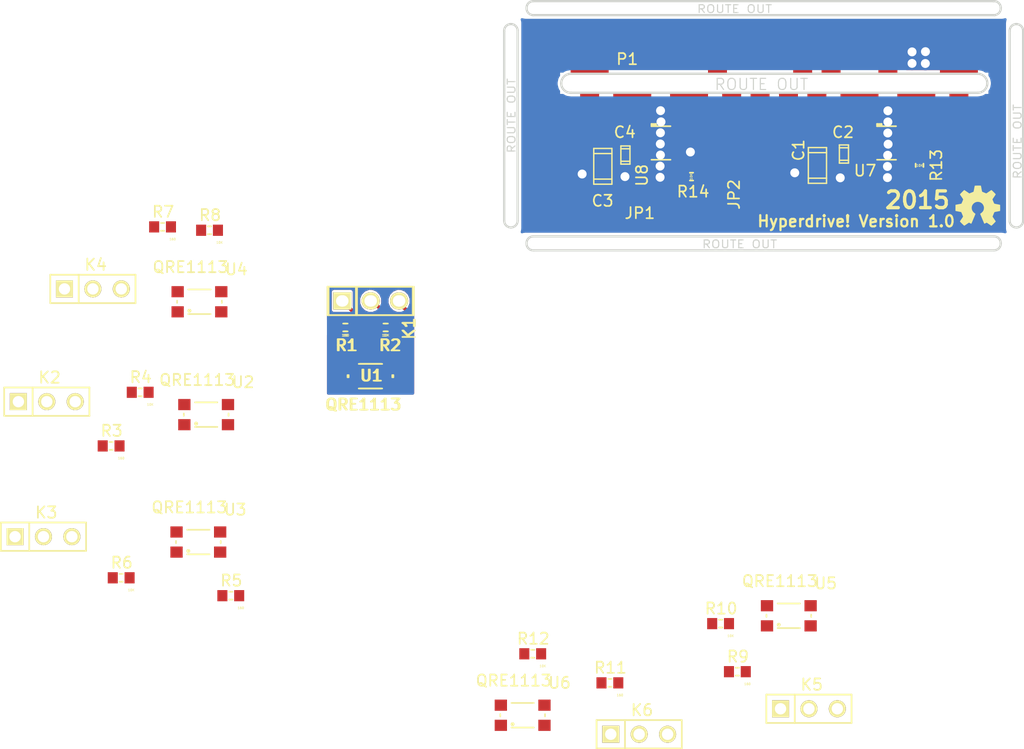
<source format=kicad_pcb>
(kicad_pcb (version 3) (host pcbnew "(2013-07-07 BZR 4022)-stable")

  (general
    (links 98)
    (no_connects 40)
    (area 192.660599 109.599999 284.450001 176.849401)
    (thickness 1.6)
    (drawings 45)
    (tracks 213)
    (zones 0)
    (modules 40)
    (nets 38)
  )

  (page A3)
  (layers
    (15 F.Cu signal)
    (0 B.Cu signal)
    (16 B.Adhes user)
    (17 F.Adhes user)
    (18 B.Paste user)
    (19 F.Paste user)
    (20 B.SilkS user)
    (21 F.SilkS user)
    (22 B.Mask user)
    (23 F.Mask user)
    (24 Dwgs.User user)
    (25 Cmts.User user)
    (26 Eco1.User user)
    (27 Eco2.User user)
    (28 Edge.Cuts user)
  )

  (setup
    (last_trace_width 1)
    (user_trace_width 0.296)
    (user_trace_width 0.7)
    (user_trace_width 1)
    (trace_clearance 0.2032)
    (zone_clearance 0.2286)
    (zone_45_only no)
    (trace_min 0.2032)
    (segment_width 0.2)
    (edge_width 0.2)
    (via_size 0.9)
    (via_drill 0.8)
    (via_min_size 0.889)
    (via_min_drill 0.508)
    (user_via 1.2 0.8)
    (user_via 1.5 0.9)
    (uvia_size 0.9)
    (uvia_drill 0.8)
    (uvias_allowed no)
    (uvia_min_size 0.508)
    (uvia_min_drill 0.127)
    (pcb_text_width 0.3)
    (pcb_text_size 1.5 1.5)
    (mod_edge_width 0.15)
    (mod_text_size 1 1)
    (mod_text_width 0.15)
    (pad_size 1 1)
    (pad_drill 0)
    (pad_to_mask_clearance 0)
    (aux_axis_origin 0 0)
    (visible_elements 7FFFFFFF)
    (pcbplotparams
      (layerselection 3178497)
      (usegerberextensions false)
      (excludeedgelayer true)
      (linewidth 0.150000)
      (plotframeref false)
      (viasonmask false)
      (mode 1)
      (useauxorigin false)
      (hpglpennumber 1)
      (hpglpenspeed 20)
      (hpglpendiameter 15)
      (hpglpenoverlay 2)
      (psnegative false)
      (psa4output false)
      (plotreference true)
      (plotvalue false)
      (plotothertext true)
      (plotinvisibletext false)
      (padsonsilk false)
      (subtractmaskfromsilk false)
      (outputformat 5)
      (mirror false)
      (drillshape 0)
      (scaleselection 1)
      (outputdirectory ""))
  )

  (net 0 "")
  (net 1 +3.3V)
  (net 2 /DIRL)
  (net 3 /DIRR)
  (net 4 /FAULTL)
  (net 5 /FAULTR)
  (net 6 /M1L)
  (net 7 /M1R)
  (net 8 /M2L)
  (net 9 /M2R)
  (net 10 /PWML)
  (net 11 /PWMR)
  (net 12 GND)
  (net 13 N-0000010)
  (net 14 N-0000011)
  (net 15 N-0000012)
  (net 16 N-0000013)
  (net 17 N-0000014)
  (net 18 N-0000015)
  (net 19 N-0000021)
  (net 20 N-0000024)
  (net 21 N-0000025)
  (net 22 N-0000026)
  (net 23 N-0000027)
  (net 24 N-0000028)
  (net 25 N-0000029)
  (net 26 N-0000030)
  (net 27 N-0000031)
  (net 28 N-0000032)
  (net 29 N-0000033)
  (net 30 N-0000034)
  (net 31 N-0000035)
  (net 32 N-0000036)
  (net 33 N-0000037)
  (net 34 N-000007)
  (net 35 N-000008)
  (net 36 N-000009)
  (net 37 VDD)

  (net_class Default "This is the default net class."
    (clearance 0.2032)
    (trace_width 0.2286)
    (via_dia 0.9)
    (via_drill 0.8)
    (uvia_dia 0.9)
    (uvia_drill 0.8)
    (add_net "")
    (add_net +3.3V)
    (add_net /DIRL)
    (add_net /DIRR)
    (add_net /FAULTL)
    (add_net /FAULTR)
    (add_net /M1L)
    (add_net /M1R)
    (add_net /M2L)
    (add_net /M2R)
    (add_net /PWML)
    (add_net /PWMR)
    (add_net GND)
    (add_net N-0000010)
    (add_net N-0000011)
    (add_net N-0000012)
    (add_net N-0000013)
    (add_net N-0000014)
    (add_net N-0000015)
    (add_net N-0000021)
    (add_net N-0000024)
    (add_net N-0000025)
    (add_net N-0000026)
    (add_net N-0000027)
    (add_net N-0000028)
    (add_net N-0000029)
    (add_net N-0000030)
    (add_net N-0000031)
    (add_net N-0000032)
    (add_net N-0000033)
    (add_net N-0000034)
    (add_net N-0000035)
    (add_net N-0000036)
    (add_net N-0000037)
    (add_net N-000007)
    (add_net N-000008)
    (add_net N-000009)
    (add_net VDD)
  )

  (module r_0603 (layer F.Cu) (tedit 559419C0) (tstamp 559AE5B6)
    (at 227.3 138.9 180)
    (descr "SMT capacitor, 0603")
    (path /55930440)
    (fp_text reference R2 (at -0.4 -1.6 180) (layer F.SilkS)
      (effects (font (size 1 1) (thickness 0.15)))
    )
    (fp_text value 10K (at 0 -0.7 180) (layer F.SilkS)
      (effects (font (size 0.20066 0.20066) (thickness 0.04064)))
    )
    (fp_line (start -0.15 0.35) (end 0.15 0.35) (layer F.SilkS) (width 0.15))
    (fp_line (start -0.15 -0.35) (end 0.15 -0.35) (layer F.SilkS) (width 0.15))
    (pad 1 smd rect (at 0.75184 0 180) (size 0.89916 1.00076)
      (layers F.Cu F.Paste F.Mask)
      (net 24 N-0000028)
    )
    (pad 2 smd rect (at -0.75184 0 180) (size 0.89916 1.00076)
      (layers F.Cu F.Paste F.Mask)
      (net 32 N-0000036)
    )
  )

  (module r_0603 (layer F.Cu) (tedit 559419C4) (tstamp 559AE5AF)
    (at 223.7 138.9)
    (descr "SMT capacitor, 0603")
    (path /559303F7)
    (fp_text reference R1 (at 0.1 1.6) (layer F.SilkS)
      (effects (font (size 1 1) (thickness 0.15)))
    )
    (fp_text value 160 (at 0 0.7) (layer F.SilkS)
      (effects (font (size 0.20066 0.20066) (thickness 0.04064)))
    )
    (fp_line (start -0.15 0.35) (end 0.15 0.35) (layer F.SilkS) (width 0.15))
    (fp_line (start -0.15 -0.35) (end 0.15 -0.35) (layer F.SilkS) (width 0.15))
    (pad 1 smd rect (at 0.75184 0) (size 0.89916 1.00076)
      (layers F.Cu F.Paste F.Mask)
      (net 24 N-0000028)
    )
    (pad 2 smd rect (at -0.75184 0) (size 0.89916 1.00076)
      (layers F.Cu F.Paste F.Mask)
      (net 33 N-0000037)
    )
  )

  (module PIN_ARRAY_3X1 (layer F.Cu) (tedit 559419AA) (tstamp 559AE5A4)
    (at 225.96 136.525)
    (descr "Connecteur 3 pins")
    (tags "CONN DEV")
    (path /55930581)
    (fp_text reference K1 (at 3.44 2.475 90) (layer F.SilkS)
      (effects (font (size 1.016 1.016) (thickness 0.1524)))
    )
    (fp_text value ES1 (at 0 -2.159) (layer F.SilkS) hide
      (effects (font (size 1.016 1.016) (thickness 0.1524)))
    )
    (fp_line (start -3.81 1.27) (end -3.81 -1.27) (layer F.SilkS) (width 0.1524))
    (fp_line (start -3.81 -1.27) (end 3.81 -1.27) (layer F.SilkS) (width 0.1524))
    (fp_line (start 3.81 -1.27) (end 3.81 1.27) (layer F.SilkS) (width 0.1524))
    (fp_line (start 3.81 1.27) (end -3.81 1.27) (layer F.SilkS) (width 0.1524))
    (fp_line (start -1.27 -1.27) (end -1.27 1.27) (layer F.SilkS) (width 0.1524))
    (pad 1 thru_hole rect (at -2.54 0) (size 1.524 1.524) (drill 1.016)
      (layers *.Cu *.Mask F.SilkS)
      (net 24 N-0000028)
    )
    (pad 2 thru_hole circle (at 0 0) (size 1.524 1.524) (drill 1.016)
      (layers *.Cu *.Mask F.SilkS)
      (net 32 N-0000036)
    )
    (pad 3 thru_hole circle (at 2.54 0) (size 1.524 1.524) (drill 1.016)
      (layers *.Cu *.Mask F.SilkS)
      (net 25 N-0000029)
    )
    (model pin_array/pins_array_3x1.wrl
      (at (xyz 0 0 0))
      (scale (xyz 1 1 1))
      (rotate (xyz 0 0 0))
    )
  )

  (module Gull_Wing (layer F.Cu) (tedit 559419B8) (tstamp 559AE599)
    (at 225.94 143.26)
    (path /559300D9)
    (fp_text reference U1 (at 0.086 -0.056) (layer F.SilkS)
      (effects (font (size 1 1) (thickness 0.15)))
    )
    (fp_text value QRE1113 (at -0.635 2.54) (layer F.SilkS)
      (effects (font (size 1 1) (thickness 0.15)))
    )
    (fp_line (start 2 0.1) (end 2 -0.1) (layer F.SilkS) (width 0.15))
    (fp_line (start -1 1.1) (end 1 1.1) (layer F.SilkS) (width 0.15))
    (fp_line (start -1 -1.1) (end 1 -1.1) (layer F.SilkS) (width 0.15))
    (fp_line (start -2 0.1) (end -2 -0.1) (layer F.SilkS) (width 0.15))
    (pad 4 smd rect (at -1.95 -0.9) (size 1.1 1)
      (layers F.Cu F.Paste F.Mask)
      (net 25 N-0000029)
    )
    (pad 2 smd rect (at 1.95 0.9) (size 1.1 1)
      (layers F.Cu F.Paste F.Mask)
      (net 25 N-0000029)
    )
    (pad 1 smd rect (at -1.95 0.9) (size 1.1 1)
      (layers F.Cu F.Paste F.Mask)
      (net 33 N-0000037)
    )
    (pad 3 smd rect (at 1.95 -0.9) (size 1.1 1)
      (layers F.Cu F.Paste F.Mask)
      (net 32 N-0000036)
    )
  )

  (module c_1206 (layer F.Cu) (tedit 559AD83D) (tstamp 5597EF95)
    (at 246.77 124.48 90)
    (descr "SMT capacitor, 1206")
    (path /5597F069)
    (fp_text reference C3 (at -3.09 -0.02 180) (layer F.SilkS)
      (effects (font (size 1 1) (thickness 0.15)))
    )
    (fp_text value 10u (at -0.05 0.2 180) (layer F.SilkS) hide
      (effects (font (size 0.50038 0.50038) (thickness 0.11938)))
    )
    (fp_line (start 1.143 0.8128) (end 1.143 -0.8128) (layer F.SilkS) (width 0.127))
    (fp_line (start -1.143 -0.8128) (end -1.143 0.8128) (layer F.SilkS) (width 0.127))
    (fp_line (start -1.6002 -0.8128) (end -1.6002 0.8128) (layer F.SilkS) (width 0.127))
    (fp_line (start -1.6002 0.8128) (end 1.6002 0.8128) (layer F.SilkS) (width 0.127))
    (fp_line (start 1.6002 0.8128) (end 1.6002 -0.8128) (layer F.SilkS) (width 0.127))
    (fp_line (start 1.6002 -0.8128) (end -1.6002 -0.8128) (layer F.SilkS) (width 0.127))
    (pad 1 smd rect (at 1.397 0 90) (size 1.6002 1.8034)
      (layers F.Cu F.Paste F.Mask)
      (net 37 VDD)
    )
    (pad 2 smd rect (at -1.397 0 90) (size 1.6002 1.8034)
      (layers F.Cu F.Paste F.Mask)
      (net 12 GND)
    )
    (model smd/capacitors/c_1206.wrl
      (at (xyz 0 0 0))
      (scale (xyz 1 1 1))
      (rotate (xyz 0 0 0))
    )
  )

  (module TDFN (layer F.Cu) (tedit 559AD7B0) (tstamp 559ACFFB)
    (at 272.14 121.14)
    (path /5597E057)
    (fp_text reference U7 (at -1.92 3.73) (layer F.SilkS)
      (effects (font (size 1 1) (thickness 0.15)))
    )
    (fp_text value "" (at -0.19 7.46) (layer F.SilkS)
      (effects (font (size 1 1) (thickness 0.15)))
    )
    (fp_line (start -0.85 -0.25) (end -0.85 -0.45) (layer F.SilkS) (width 0.15))
    (fp_line (start -0.85 -0.45) (end -0.45 -0.45) (layer F.SilkS) (width 0.15))
    (fp_line (start -0.45 -0.45) (end -0.45 -0.3) (layer F.SilkS) (width 0.15))
    (fp_line (start -0.45 -0.3) (end -0.45 -0.35) (layer F.SilkS) (width 0.15))
    (fp_line (start -0.45 -0.35) (end -0.75 -0.35) (layer F.SilkS) (width 0.15))
    (fp_line (start -0.85 2.75) (end 0.85 2.75) (layer F.SilkS) (width 0.15))
    (fp_line (start -0.85 -0.25) (end 0.8 -0.25) (layer F.SilkS) (width 0.15))
    (fp_line (start 0.8 -0.25) (end 0.85 -0.25) (layer F.SilkS) (width 0.15))
    (pad 1 smd rect (at -1.475 0) (size 0.65 0.296)
      (layers F.Cu F.Paste F.Mask)
      (net 12 GND)
    )
    (pad 2 smd rect (at -1.475 0.5) (size 0.65 0.296)
      (layers F.Cu F.Paste F.Mask)
      (net 6 /M1L)
    )
    (pad 3 smd rect (at -1.475 1) (size 0.65 0.296)
      (layers F.Cu F.Paste F.Mask)
      (net 37 VDD)
    )
    (pad 4 smd rect (at -1.475 1.5) (size 0.65 0.296)
      (layers F.Cu F.Paste F.Mask)
      (net 12 GND)
    )
    (pad 5 smd rect (at -1.475 2) (size 0.65 0.296)
      (layers F.Cu F.Paste F.Mask)
      (net 10 /PWML)
    )
    (pad 6 smd rect (at -1.475 2.5) (size 0.65 0.296)
      (layers F.Cu F.Paste F.Mask)
      (net 2 /DIRL)
    )
    (pad 7 smd rect (at 1.475 2.5) (size 0.65 0.296)
      (layers F.Cu F.Paste F.Mask)
      (net 4 /FAULTL)
    )
    (pad 8 smd rect (at 1.475 2) (size 0.65 0.296)
      (layers F.Cu F.Paste F.Mask)
      (net 12 GND)
    )
    (pad 9 smd rect (at 1.475 1.5) (size 0.65 0.296)
      (layers F.Cu F.Paste F.Mask)
      (net 12 GND)
    )
    (pad 10 smd rect (at 1.475 1) (size 0.65 0.296)
      (layers F.Cu F.Paste F.Mask)
      (net 37 VDD)
    )
    (pad 11 smd rect (at 1.475 0.5) (size 0.65 0.296)
      (layers F.Cu F.Paste F.Mask)
      (net 8 /M2L)
    )
    (pad 12 smd rect (at 1.475 0) (size 0.65 0.296)
      (layers F.Cu F.Paste F.Mask)
      (net 12 GND)
    )
    (pad 15 smd rect (at 0 1.25) (size 1.7 2.5)
      (layers F.Cu F.Paste F.Mask)
      (net 12 GND)
    )
  )

  (module Gull_Wing (layer F.Cu) (tedit 559419B8) (tstamp 5593185F)
    (at 226.04 143.26)
    (path /559300D9)
    (fp_text reference U1 (at 0.086 -0.056) (layer F.SilkS)
      (effects (font (size 1 1) (thickness 0.15)))
    )
    (fp_text value QRE1113 (at -0.635 2.54) (layer F.SilkS)
      (effects (font (size 1 1) (thickness 0.15)))
    )
    (fp_line (start 2 0.1) (end 2 -0.1) (layer F.SilkS) (width 0.15))
    (fp_line (start -1 1.1) (end 1 1.1) (layer F.SilkS) (width 0.15))
    (fp_line (start -1 -1.1) (end 1 -1.1) (layer F.SilkS) (width 0.15))
    (fp_line (start -2 0.1) (end -2 -0.1) (layer F.SilkS) (width 0.15))
    (pad 4 smd rect (at -1.95 -0.9) (size 1.1 1)
      (layers F.Cu F.Paste F.Mask)
      (net 25 N-0000029)
    )
    (pad 2 smd rect (at 1.95 0.9) (size 1.1 1)
      (layers F.Cu F.Paste F.Mask)
      (net 25 N-0000029)
    )
    (pad 1 smd rect (at -1.95 0.9) (size 1.1 1)
      (layers F.Cu F.Paste F.Mask)
      (net 33 N-0000037)
    )
    (pad 3 smd rect (at 1.95 -0.9) (size 1.1 1)
      (layers F.Cu F.Paste F.Mask)
      (net 32 N-0000036)
    )
  )

  (module PIN_ARRAY_3X1 (layer F.Cu) (tedit 4C1130E0) (tstamp 5593099E)
    (at 265.2 173.02)
    (descr "Connecteur 3 pins")
    (tags "CONN DEV")
    (path /559307DB)
    (fp_text reference K5 (at 0.254 -2.159) (layer F.SilkS)
      (effects (font (size 1.016 1.016) (thickness 0.1524)))
    )
    (fp_text value MS1 (at 0 -2.159) (layer F.SilkS) hide
      (effects (font (size 1.016 1.016) (thickness 0.1524)))
    )
    (fp_line (start -3.81 1.27) (end -3.81 -1.27) (layer F.SilkS) (width 0.1524))
    (fp_line (start -3.81 -1.27) (end 3.81 -1.27) (layer F.SilkS) (width 0.1524))
    (fp_line (start 3.81 -1.27) (end 3.81 1.27) (layer F.SilkS) (width 0.1524))
    (fp_line (start 3.81 1.27) (end -3.81 1.27) (layer F.SilkS) (width 0.1524))
    (fp_line (start -1.27 -1.27) (end -1.27 1.27) (layer F.SilkS) (width 0.1524))
    (pad 1 thru_hole rect (at -2.54 0) (size 1.524 1.524) (drill 1.016)
      (layers *.Cu *.Mask F.SilkS)
      (net 15 N-0000012)
    )
    (pad 2 thru_hole circle (at 0 0) (size 1.524 1.524) (drill 1.016)
      (layers *.Cu *.Mask F.SilkS)
      (net 36 N-000009)
    )
    (pad 3 thru_hole circle (at 2.54 0) (size 1.524 1.524) (drill 1.016)
      (layers *.Cu *.Mask F.SilkS)
      (net 13 N-0000010)
    )
    (model pin_array/pins_array_3x1.wrl
      (at (xyz 0 0 0))
      (scale (xyz 1 1 1))
      (rotate (xyz 0 0 0))
    )
  )

  (module PIN_ARRAY_3X1 (layer F.Cu) (tedit 559419AA) (tstamp 559309AA)
    (at 226.06 136.525)
    (descr "Connecteur 3 pins")
    (tags "CONN DEV")
    (path /55930581)
    (fp_text reference K1 (at 3.44 2.475 90) (layer F.SilkS)
      (effects (font (size 1.016 1.016) (thickness 0.1524)))
    )
    (fp_text value ES1 (at 0 -2.159) (layer F.SilkS) hide
      (effects (font (size 1.016 1.016) (thickness 0.1524)))
    )
    (fp_line (start -3.81 1.27) (end -3.81 -1.27) (layer F.SilkS) (width 0.1524))
    (fp_line (start -3.81 -1.27) (end 3.81 -1.27) (layer F.SilkS) (width 0.1524))
    (fp_line (start 3.81 -1.27) (end 3.81 1.27) (layer F.SilkS) (width 0.1524))
    (fp_line (start 3.81 1.27) (end -3.81 1.27) (layer F.SilkS) (width 0.1524))
    (fp_line (start -1.27 -1.27) (end -1.27 1.27) (layer F.SilkS) (width 0.1524))
    (pad 1 thru_hole rect (at -2.54 0) (size 1.524 1.524) (drill 1.016)
      (layers *.Cu *.Mask F.SilkS)
      (net 24 N-0000028)
    )
    (pad 2 thru_hole circle (at 0 0) (size 1.524 1.524) (drill 1.016)
      (layers *.Cu *.Mask F.SilkS)
      (net 32 N-0000036)
    )
    (pad 3 thru_hole circle (at 2.54 0) (size 1.524 1.524) (drill 1.016)
      (layers *.Cu *.Mask F.SilkS)
      (net 25 N-0000029)
    )
    (model pin_array/pins_array_3x1.wrl
      (at (xyz 0 0 0))
      (scale (xyz 1 1 1))
      (rotate (xyz 0 0 0))
    )
  )

  (module PIN_ARRAY_3X1 (layer F.Cu) (tedit 4C1130E0) (tstamp 559309B6)
    (at 250.02 175.3)
    (descr "Connecteur 3 pins")
    (tags "CONN DEV")
    (path /5593083F)
    (fp_text reference K6 (at 0.254 -2.159) (layer F.SilkS)
      (effects (font (size 1.016 1.016) (thickness 0.1524)))
    )
    (fp_text value MS2 (at 0 -2.159) (layer F.SilkS) hide
      (effects (font (size 1.016 1.016) (thickness 0.1524)))
    )
    (fp_line (start -3.81 1.27) (end -3.81 -1.27) (layer F.SilkS) (width 0.1524))
    (fp_line (start -3.81 -1.27) (end 3.81 -1.27) (layer F.SilkS) (width 0.1524))
    (fp_line (start 3.81 -1.27) (end 3.81 1.27) (layer F.SilkS) (width 0.1524))
    (fp_line (start 3.81 1.27) (end -3.81 1.27) (layer F.SilkS) (width 0.1524))
    (fp_line (start -1.27 -1.27) (end -1.27 1.27) (layer F.SilkS) (width 0.1524))
    (pad 1 thru_hole rect (at -2.54 0) (size 1.524 1.524) (drill 1.016)
      (layers *.Cu *.Mask F.SilkS)
      (net 34 N-000007)
    )
    (pad 2 thru_hole circle (at 0 0) (size 1.524 1.524) (drill 1.016)
      (layers *.Cu *.Mask F.SilkS)
      (net 35 N-000008)
    )
    (pad 3 thru_hole circle (at 2.54 0) (size 1.524 1.524) (drill 1.016)
      (layers *.Cu *.Mask F.SilkS)
      (net 17 N-0000014)
    )
    (model pin_array/pins_array_3x1.wrl
      (at (xyz 0 0 0))
      (scale (xyz 1 1 1))
      (rotate (xyz 0 0 0))
    )
  )

  (module PIN_ARRAY_3X1 (layer F.Cu) (tedit 4C1130E0) (tstamp 559309C2)
    (at 201.17 135.45)
    (descr "Connecteur 3 pins")
    (tags "CONN DEV")
    (path /559307A5)
    (fp_text reference K4 (at 0.254 -2.159) (layer F.SilkS)
      (effects (font (size 1.016 1.016) (thickness 0.1524)))
    )
    (fp_text value ES4 (at 0 -2.159) (layer F.SilkS) hide
      (effects (font (size 1.016 1.016) (thickness 0.1524)))
    )
    (fp_line (start -3.81 1.27) (end -3.81 -1.27) (layer F.SilkS) (width 0.1524))
    (fp_line (start -3.81 -1.27) (end 3.81 -1.27) (layer F.SilkS) (width 0.1524))
    (fp_line (start 3.81 -1.27) (end 3.81 1.27) (layer F.SilkS) (width 0.1524))
    (fp_line (start 3.81 1.27) (end -3.81 1.27) (layer F.SilkS) (width 0.1524))
    (fp_line (start -1.27 -1.27) (end -1.27 1.27) (layer F.SilkS) (width 0.1524))
    (pad 1 thru_hole rect (at -2.54 0) (size 1.524 1.524) (drill 1.016)
      (layers *.Cu *.Mask F.SilkS)
      (net 26 N-0000030)
    )
    (pad 2 thru_hole circle (at 0 0) (size 1.524 1.524) (drill 1.016)
      (layers *.Cu *.Mask F.SilkS)
      (net 16 N-0000013)
    )
    (pad 3 thru_hole circle (at 2.54 0) (size 1.524 1.524) (drill 1.016)
      (layers *.Cu *.Mask F.SilkS)
      (net 19 N-0000021)
    )
    (model pin_array/pins_array_3x1.wrl
      (at (xyz 0 0 0))
      (scale (xyz 1 1 1))
      (rotate (xyz 0 0 0))
    )
  )

  (module PIN_ARRAY_3X1 (layer F.Cu) (tedit 4C1130E0) (tstamp 559309CE)
    (at 196.75 157.62)
    (descr "Connecteur 3 pins")
    (tags "CONN DEV")
    (path /5593073F)
    (fp_text reference K3 (at 0.254 -2.159) (layer F.SilkS)
      (effects (font (size 1.016 1.016) (thickness 0.1524)))
    )
    (fp_text value ES3 (at 0 -2.159) (layer F.SilkS) hide
      (effects (font (size 1.016 1.016) (thickness 0.1524)))
    )
    (fp_line (start -3.81 1.27) (end -3.81 -1.27) (layer F.SilkS) (width 0.1524))
    (fp_line (start -3.81 -1.27) (end 3.81 -1.27) (layer F.SilkS) (width 0.1524))
    (fp_line (start 3.81 -1.27) (end 3.81 1.27) (layer F.SilkS) (width 0.1524))
    (fp_line (start 3.81 1.27) (end -3.81 1.27) (layer F.SilkS) (width 0.1524))
    (fp_line (start -1.27 -1.27) (end -1.27 1.27) (layer F.SilkS) (width 0.1524))
    (pad 1 thru_hole rect (at -2.54 0) (size 1.524 1.524) (drill 1.016)
      (layers *.Cu *.Mask F.SilkS)
      (net 22 N-0000026)
    )
    (pad 2 thru_hole circle (at 0 0) (size 1.524 1.524) (drill 1.016)
      (layers *.Cu *.Mask F.SilkS)
      (net 30 N-0000034)
    )
    (pad 3 thru_hole circle (at 2.54 0) (size 1.524 1.524) (drill 1.016)
      (layers *.Cu *.Mask F.SilkS)
      (net 23 N-0000027)
    )
    (model pin_array/pins_array_3x1.wrl
      (at (xyz 0 0 0))
      (scale (xyz 1 1 1))
      (rotate (xyz 0 0 0))
    )
  )

  (module PIN_ARRAY_3X1 (layer F.Cu) (tedit 4C1130E0) (tstamp 559309DA)
    (at 197.05 145.54)
    (descr "Connecteur 3 pins")
    (tags "CONN DEV")
    (path /55930772)
    (fp_text reference K2 (at 0.254 -2.159) (layer F.SilkS)
      (effects (font (size 1.016 1.016) (thickness 0.1524)))
    )
    (fp_text value ES2 (at 0 -2.159) (layer F.SilkS) hide
      (effects (font (size 1.016 1.016) (thickness 0.1524)))
    )
    (fp_line (start -3.81 1.27) (end -3.81 -1.27) (layer F.SilkS) (width 0.1524))
    (fp_line (start -3.81 -1.27) (end 3.81 -1.27) (layer F.SilkS) (width 0.1524))
    (fp_line (start 3.81 -1.27) (end 3.81 1.27) (layer F.SilkS) (width 0.1524))
    (fp_line (start 3.81 1.27) (end -3.81 1.27) (layer F.SilkS) (width 0.1524))
    (fp_line (start -1.27 -1.27) (end -1.27 1.27) (layer F.SilkS) (width 0.1524))
    (pad 1 thru_hole rect (at -2.54 0) (size 1.524 1.524) (drill 1.016)
      (layers *.Cu *.Mask F.SilkS)
      (net 28 N-0000032)
    )
    (pad 2 thru_hole circle (at 0 0) (size 1.524 1.524) (drill 1.016)
      (layers *.Cu *.Mask F.SilkS)
      (net 31 N-0000035)
    )
    (pad 3 thru_hole circle (at 2.54 0) (size 1.524 1.524) (drill 1.016)
      (layers *.Cu *.Mask F.SilkS)
      (net 29 N-0000033)
    )
    (model pin_array/pins_array_3x1.wrl
      (at (xyz 0 0 0))
      (scale (xyz 1 1 1))
      (rotate (xyz 0 0 0))
    )
  )

  (module Gull_Wing (layer F.Cu) (tedit 55931529) (tstamp 559413F0)
    (at 210.6 158.1)
    (path /5593072D)
    (fp_text reference U3 (at 3.3 -2.9) (layer F.SilkS)
      (effects (font (size 1 1) (thickness 0.15)))
    )
    (fp_text value QRE1113 (at -0.8 -3.1) (layer F.SilkS)
      (effects (font (size 1 1) (thickness 0.15)))
    )
    (fp_line (start -0.9 0.8) (end -0.8 0.8) (layer F.SilkS) (width 0.15))
    (fp_circle (center -0.9 0.8) (end -0.9 0.7) (layer F.SilkS) (width 0.15))
    (fp_line (start 2 0.1) (end 2 -0.1) (layer F.SilkS) (width 0.15))
    (fp_line (start -1 1.1) (end 1 1.1) (layer F.SilkS) (width 0.15))
    (fp_line (start -1 -1.1) (end 1 -1.1) (layer F.SilkS) (width 0.15))
    (fp_line (start -2 0.1) (end -2 -0.1) (layer F.SilkS) (width 0.15))
    (pad 4 smd rect (at -1.95 -0.9) (size 1.1 1)
      (layers F.Cu F.Paste F.Mask)
      (net 23 N-0000027)
    )
    (pad 2 smd rect (at 1.95 0.9) (size 1.1 1)
      (layers F.Cu F.Paste F.Mask)
      (net 23 N-0000027)
    )
    (pad 1 smd rect (at -1.95 0.9) (size 1.1 1)
      (layers F.Cu F.Paste F.Mask)
      (net 20 N-0000024)
    )
    (pad 3 smd rect (at 1.95 -0.9) (size 1.1 1)
      (layers F.Cu F.Paste F.Mask)
      (net 30 N-0000034)
    )
  )

  (module Gull_Wing (layer F.Cu) (tedit 55931529) (tstamp 559413FE)
    (at 211.3 146.7)
    (path /55930760)
    (fp_text reference U2 (at 3.3 -2.9) (layer F.SilkS)
      (effects (font (size 1 1) (thickness 0.15)))
    )
    (fp_text value QRE1113 (at -0.8 -3.1) (layer F.SilkS)
      (effects (font (size 1 1) (thickness 0.15)))
    )
    (fp_line (start -0.9 0.8) (end -0.8 0.8) (layer F.SilkS) (width 0.15))
    (fp_circle (center -0.9 0.8) (end -0.9 0.7) (layer F.SilkS) (width 0.15))
    (fp_line (start 2 0.1) (end 2 -0.1) (layer F.SilkS) (width 0.15))
    (fp_line (start -1 1.1) (end 1 1.1) (layer F.SilkS) (width 0.15))
    (fp_line (start -1 -1.1) (end 1 -1.1) (layer F.SilkS) (width 0.15))
    (fp_line (start -2 0.1) (end -2 -0.1) (layer F.SilkS) (width 0.15))
    (pad 4 smd rect (at -1.95 -0.9) (size 1.1 1)
      (layers F.Cu F.Paste F.Mask)
      (net 29 N-0000033)
    )
    (pad 2 smd rect (at 1.95 0.9) (size 1.1 1)
      (layers F.Cu F.Paste F.Mask)
      (net 29 N-0000033)
    )
    (pad 1 smd rect (at -1.95 0.9) (size 1.1 1)
      (layers F.Cu F.Paste F.Mask)
      (net 21 N-0000025)
    )
    (pad 3 smd rect (at 1.95 -0.9) (size 1.1 1)
      (layers F.Cu F.Paste F.Mask)
      (net 31 N-0000035)
    )
  )

  (module Gull_Wing (layer F.Cu) (tedit 55931529) (tstamp 5594140C)
    (at 210.7 136.6)
    (path /55930793)
    (fp_text reference U4 (at 3.3 -2.9) (layer F.SilkS)
      (effects (font (size 1 1) (thickness 0.15)))
    )
    (fp_text value QRE1113 (at -0.8 -3.1) (layer F.SilkS)
      (effects (font (size 1 1) (thickness 0.15)))
    )
    (fp_line (start -0.9 0.8) (end -0.8 0.8) (layer F.SilkS) (width 0.15))
    (fp_circle (center -0.9 0.8) (end -0.9 0.7) (layer F.SilkS) (width 0.15))
    (fp_line (start 2 0.1) (end 2 -0.1) (layer F.SilkS) (width 0.15))
    (fp_line (start -1 1.1) (end 1 1.1) (layer F.SilkS) (width 0.15))
    (fp_line (start -1 -1.1) (end 1 -1.1) (layer F.SilkS) (width 0.15))
    (fp_line (start -2 0.1) (end -2 -0.1) (layer F.SilkS) (width 0.15))
    (pad 4 smd rect (at -1.95 -0.9) (size 1.1 1)
      (layers F.Cu F.Paste F.Mask)
      (net 19 N-0000021)
    )
    (pad 2 smd rect (at 1.95 0.9) (size 1.1 1)
      (layers F.Cu F.Paste F.Mask)
      (net 19 N-0000021)
    )
    (pad 1 smd rect (at -1.95 0.9) (size 1.1 1)
      (layers F.Cu F.Paste F.Mask)
      (net 27 N-0000031)
    )
    (pad 3 smd rect (at 1.95 -0.9) (size 1.1 1)
      (layers F.Cu F.Paste F.Mask)
      (net 16 N-0000013)
    )
  )

  (module Gull_Wing (layer F.Cu) (tedit 55931529) (tstamp 5594141A)
    (at 263.4 164.7)
    (path /559307C9)
    (fp_text reference U5 (at 3.3 -2.9) (layer F.SilkS)
      (effects (font (size 1 1) (thickness 0.15)))
    )
    (fp_text value QRE1113 (at -0.8 -3.1) (layer F.SilkS)
      (effects (font (size 1 1) (thickness 0.15)))
    )
    (fp_line (start -0.9 0.8) (end -0.8 0.8) (layer F.SilkS) (width 0.15))
    (fp_circle (center -0.9 0.8) (end -0.9 0.7) (layer F.SilkS) (width 0.15))
    (fp_line (start 2 0.1) (end 2 -0.1) (layer F.SilkS) (width 0.15))
    (fp_line (start -1 1.1) (end 1 1.1) (layer F.SilkS) (width 0.15))
    (fp_line (start -1 -1.1) (end 1 -1.1) (layer F.SilkS) (width 0.15))
    (fp_line (start -2 0.1) (end -2 -0.1) (layer F.SilkS) (width 0.15))
    (pad 4 smd rect (at -1.95 -0.9) (size 1.1 1)
      (layers F.Cu F.Paste F.Mask)
      (net 13 N-0000010)
    )
    (pad 2 smd rect (at 1.95 0.9) (size 1.1 1)
      (layers F.Cu F.Paste F.Mask)
      (net 13 N-0000010)
    )
    (pad 1 smd rect (at -1.95 0.9) (size 1.1 1)
      (layers F.Cu F.Paste F.Mask)
      (net 14 N-0000011)
    )
    (pad 3 smd rect (at 1.95 -0.9) (size 1.1 1)
      (layers F.Cu F.Paste F.Mask)
      (net 36 N-000009)
    )
  )

  (module Gull_Wing (layer F.Cu) (tedit 55931529) (tstamp 55941428)
    (at 239.6 173.6)
    (path /5593082D)
    (fp_text reference U6 (at 3.3 -2.9) (layer F.SilkS)
      (effects (font (size 1 1) (thickness 0.15)))
    )
    (fp_text value QRE1113 (at -0.8 -3.1) (layer F.SilkS)
      (effects (font (size 1 1) (thickness 0.15)))
    )
    (fp_line (start -0.9 0.8) (end -0.8 0.8) (layer F.SilkS) (width 0.15))
    (fp_circle (center -0.9 0.8) (end -0.9 0.7) (layer F.SilkS) (width 0.15))
    (fp_line (start 2 0.1) (end 2 -0.1) (layer F.SilkS) (width 0.15))
    (fp_line (start -1 1.1) (end 1 1.1) (layer F.SilkS) (width 0.15))
    (fp_line (start -1 -1.1) (end 1 -1.1) (layer F.SilkS) (width 0.15))
    (fp_line (start -2 0.1) (end -2 -0.1) (layer F.SilkS) (width 0.15))
    (pad 4 smd rect (at -1.95 -0.9) (size 1.1 1)
      (layers F.Cu F.Paste F.Mask)
      (net 17 N-0000014)
    )
    (pad 2 smd rect (at 1.95 0.9) (size 1.1 1)
      (layers F.Cu F.Paste F.Mask)
      (net 17 N-0000014)
    )
    (pad 1 smd rect (at -1.95 0.9) (size 1.1 1)
      (layers F.Cu F.Paste F.Mask)
      (net 18 N-0000015)
    )
    (pad 3 smd rect (at 1.95 -0.9) (size 1.1 1)
      (layers F.Cu F.Paste F.Mask)
      (net 35 N-000008)
    )
  )

  (module r_0603 (layer F.Cu) (tedit 559416CF) (tstamp 5594210E)
    (at 213.5 162.9)
    (descr "SMT capacitor, 0603")
    (path /55930733)
    (fp_text reference R5 (at 0.05 -1.35) (layer F.SilkS)
      (effects (font (size 1 1) (thickness 0.15)))
    )
    (fp_text value 160 (at 0.9 1.1) (layer F.SilkS)
      (effects (font (size 0.20066 0.20066) (thickness 0.04064)))
    )
    (fp_line (start -0.15 0.35) (end 0.15 0.35) (layer F.SilkS) (width 0.15))
    (fp_line (start -0.15 -0.35) (end 0.15 -0.35) (layer F.SilkS) (width 0.15))
    (pad 1 smd rect (at 0.75184 0) (size 0.89916 1.00076)
      (layers F.Cu F.Paste F.Mask)
      (net 22 N-0000026)
    )
    (pad 2 smd rect (at -0.75184 0) (size 0.89916 1.00076)
      (layers F.Cu F.Paste F.Mask)
      (net 20 N-0000024)
    )
  )

  (module r_0603 (layer F.Cu) (tedit 559416CF) (tstamp 55942116)
    (at 203.7 161.3)
    (descr "SMT capacitor, 0603")
    (path /55930739)
    (fp_text reference R6 (at 0.05 -1.35) (layer F.SilkS)
      (effects (font (size 1 1) (thickness 0.15)))
    )
    (fp_text value 10K (at 0.9 1.1) (layer F.SilkS)
      (effects (font (size 0.20066 0.20066) (thickness 0.04064)))
    )
    (fp_line (start -0.15 0.35) (end 0.15 0.35) (layer F.SilkS) (width 0.15))
    (fp_line (start -0.15 -0.35) (end 0.15 -0.35) (layer F.SilkS) (width 0.15))
    (pad 1 smd rect (at 0.75184 0) (size 0.89916 1.00076)
      (layers F.Cu F.Paste F.Mask)
      (net 22 N-0000026)
    )
    (pad 2 smd rect (at -0.75184 0) (size 0.89916 1.00076)
      (layers F.Cu F.Paste F.Mask)
      (net 30 N-0000034)
    )
  )

  (module r_0603 (layer F.Cu) (tedit 559416CF) (tstamp 5594211E)
    (at 202.8 149.5)
    (descr "SMT capacitor, 0603")
    (path /55930766)
    (fp_text reference R3 (at 0.05 -1.35) (layer F.SilkS)
      (effects (font (size 1 1) (thickness 0.15)))
    )
    (fp_text value 160 (at 0.9 1.1) (layer F.SilkS)
      (effects (font (size 0.20066 0.20066) (thickness 0.04064)))
    )
    (fp_line (start -0.15 0.35) (end 0.15 0.35) (layer F.SilkS) (width 0.15))
    (fp_line (start -0.15 -0.35) (end 0.15 -0.35) (layer F.SilkS) (width 0.15))
    (pad 1 smd rect (at 0.75184 0) (size 0.89916 1.00076)
      (layers F.Cu F.Paste F.Mask)
      (net 28 N-0000032)
    )
    (pad 2 smd rect (at -0.75184 0) (size 0.89916 1.00076)
      (layers F.Cu F.Paste F.Mask)
      (net 21 N-0000025)
    )
  )

  (module r_0603 (layer F.Cu) (tedit 559416CF) (tstamp 55942126)
    (at 205.4 144.7)
    (descr "SMT capacitor, 0603")
    (path /5593076C)
    (fp_text reference R4 (at 0.05 -1.35) (layer F.SilkS)
      (effects (font (size 1 1) (thickness 0.15)))
    )
    (fp_text value 10K (at 0.9 1.1) (layer F.SilkS)
      (effects (font (size 0.20066 0.20066) (thickness 0.04064)))
    )
    (fp_line (start -0.15 0.35) (end 0.15 0.35) (layer F.SilkS) (width 0.15))
    (fp_line (start -0.15 -0.35) (end 0.15 -0.35) (layer F.SilkS) (width 0.15))
    (pad 1 smd rect (at 0.75184 0) (size 0.89916 1.00076)
      (layers F.Cu F.Paste F.Mask)
      (net 28 N-0000032)
    )
    (pad 2 smd rect (at -0.75184 0) (size 0.89916 1.00076)
      (layers F.Cu F.Paste F.Mask)
      (net 31 N-0000035)
    )
  )

  (module r_0603 (layer F.Cu) (tedit 559416CF) (tstamp 5594212E)
    (at 207.4 129.9)
    (descr "SMT capacitor, 0603")
    (path /55930799)
    (fp_text reference R7 (at 0.05 -1.35) (layer F.SilkS)
      (effects (font (size 1 1) (thickness 0.15)))
    )
    (fp_text value 160 (at 0.9 1.1) (layer F.SilkS)
      (effects (font (size 0.20066 0.20066) (thickness 0.04064)))
    )
    (fp_line (start -0.15 0.35) (end 0.15 0.35) (layer F.SilkS) (width 0.15))
    (fp_line (start -0.15 -0.35) (end 0.15 -0.35) (layer F.SilkS) (width 0.15))
    (pad 1 smd rect (at 0.75184 0) (size 0.89916 1.00076)
      (layers F.Cu F.Paste F.Mask)
      (net 26 N-0000030)
    )
    (pad 2 smd rect (at -0.75184 0) (size 0.89916 1.00076)
      (layers F.Cu F.Paste F.Mask)
      (net 27 N-0000031)
    )
  )

  (module r_0603 (layer F.Cu) (tedit 559416CF) (tstamp 55942136)
    (at 211.6 130.2)
    (descr "SMT capacitor, 0603")
    (path /5593079F)
    (fp_text reference R8 (at 0.05 -1.35) (layer F.SilkS)
      (effects (font (size 1 1) (thickness 0.15)))
    )
    (fp_text value 10K (at 0.9 1.1) (layer F.SilkS)
      (effects (font (size 0.20066 0.20066) (thickness 0.04064)))
    )
    (fp_line (start -0.15 0.35) (end 0.15 0.35) (layer F.SilkS) (width 0.15))
    (fp_line (start -0.15 -0.35) (end 0.15 -0.35) (layer F.SilkS) (width 0.15))
    (pad 1 smd rect (at 0.75184 0) (size 0.89916 1.00076)
      (layers F.Cu F.Paste F.Mask)
      (net 26 N-0000030)
    )
    (pad 2 smd rect (at -0.75184 0) (size 0.89916 1.00076)
      (layers F.Cu F.Paste F.Mask)
      (net 16 N-0000013)
    )
  )

  (module r_0603 (layer F.Cu) (tedit 559416CF) (tstamp 5594213E)
    (at 258.8 169.7)
    (descr "SMT capacitor, 0603")
    (path /559307CF)
    (fp_text reference R9 (at 0.05 -1.35) (layer F.SilkS)
      (effects (font (size 1 1) (thickness 0.15)))
    )
    (fp_text value 160 (at 0.9 1.1) (layer F.SilkS)
      (effects (font (size 0.20066 0.20066) (thickness 0.04064)))
    )
    (fp_line (start -0.15 0.35) (end 0.15 0.35) (layer F.SilkS) (width 0.15))
    (fp_line (start -0.15 -0.35) (end 0.15 -0.35) (layer F.SilkS) (width 0.15))
    (pad 1 smd rect (at 0.75184 0) (size 0.89916 1.00076)
      (layers F.Cu F.Paste F.Mask)
      (net 15 N-0000012)
    )
    (pad 2 smd rect (at -0.75184 0) (size 0.89916 1.00076)
      (layers F.Cu F.Paste F.Mask)
      (net 14 N-0000011)
    )
  )

  (module r_0603 (layer F.Cu) (tedit 559416CF) (tstamp 55942146)
    (at 257.3 165.4)
    (descr "SMT capacitor, 0603")
    (path /559307D5)
    (fp_text reference R10 (at 0.05 -1.35) (layer F.SilkS)
      (effects (font (size 1 1) (thickness 0.15)))
    )
    (fp_text value 10K (at 0.9 1.1) (layer F.SilkS)
      (effects (font (size 0.20066 0.20066) (thickness 0.04064)))
    )
    (fp_line (start -0.15 0.35) (end 0.15 0.35) (layer F.SilkS) (width 0.15))
    (fp_line (start -0.15 -0.35) (end 0.15 -0.35) (layer F.SilkS) (width 0.15))
    (pad 1 smd rect (at 0.75184 0) (size 0.89916 1.00076)
      (layers F.Cu F.Paste F.Mask)
      (net 15 N-0000012)
    )
    (pad 2 smd rect (at -0.75184 0) (size 0.89916 1.00076)
      (layers F.Cu F.Paste F.Mask)
      (net 36 N-000009)
    )
  )

  (module r_0603 (layer F.Cu) (tedit 559416CF) (tstamp 5594214E)
    (at 247.4 170.7)
    (descr "SMT capacitor, 0603")
    (path /55930833)
    (fp_text reference R11 (at 0.05 -1.35) (layer F.SilkS)
      (effects (font (size 1 1) (thickness 0.15)))
    )
    (fp_text value 160 (at 0.9 1.1) (layer F.SilkS)
      (effects (font (size 0.20066 0.20066) (thickness 0.04064)))
    )
    (fp_line (start -0.15 0.35) (end 0.15 0.35) (layer F.SilkS) (width 0.15))
    (fp_line (start -0.15 -0.35) (end 0.15 -0.35) (layer F.SilkS) (width 0.15))
    (pad 1 smd rect (at 0.75184 0) (size 0.89916 1.00076)
      (layers F.Cu F.Paste F.Mask)
      (net 34 N-000007)
    )
    (pad 2 smd rect (at -0.75184 0) (size 0.89916 1.00076)
      (layers F.Cu F.Paste F.Mask)
      (net 18 N-0000015)
    )
  )

  (module r_0603 (layer F.Cu) (tedit 559416CF) (tstamp 55942156)
    (at 240.5 168.1)
    (descr "SMT capacitor, 0603")
    (path /55930839)
    (fp_text reference R12 (at 0.05 -1.35) (layer F.SilkS)
      (effects (font (size 1 1) (thickness 0.15)))
    )
    (fp_text value 10K (at 0.9 1.1) (layer F.SilkS)
      (effects (font (size 0.20066 0.20066) (thickness 0.04064)))
    )
    (fp_line (start -0.15 0.35) (end 0.15 0.35) (layer F.SilkS) (width 0.15))
    (fp_line (start -0.15 -0.35) (end 0.15 -0.35) (layer F.SilkS) (width 0.15))
    (pad 1 smd rect (at 0.75184 0) (size 0.89916 1.00076)
      (layers F.Cu F.Paste F.Mask)
      (net 34 N-000007)
    )
    (pad 2 smd rect (at -0.75184 0) (size 0.89916 1.00076)
      (layers F.Cu F.Paste F.Mask)
      (net 35 N-000008)
    )
  )

  (module r_0603 (layer F.Cu) (tedit 559419C4) (tstamp 559421B5)
    (at 223.8 138.9)
    (descr "SMT capacitor, 0603")
    (path /559303F7)
    (fp_text reference R1 (at 0.1 1.6) (layer F.SilkS)
      (effects (font (size 1 1) (thickness 0.15)))
    )
    (fp_text value 160 (at 0 0.7) (layer F.SilkS)
      (effects (font (size 0.20066 0.20066) (thickness 0.04064)))
    )
    (fp_line (start -0.15 0.35) (end 0.15 0.35) (layer F.SilkS) (width 0.15))
    (fp_line (start -0.15 -0.35) (end 0.15 -0.35) (layer F.SilkS) (width 0.15))
    (pad 1 smd rect (at 0.75184 0) (size 0.89916 1.00076)
      (layers F.Cu F.Paste F.Mask)
      (net 24 N-0000028)
    )
    (pad 2 smd rect (at -0.75184 0) (size 0.89916 1.00076)
      (layers F.Cu F.Paste F.Mask)
      (net 33 N-0000037)
    )
  )

  (module r_0603 (layer F.Cu) (tedit 559419C0) (tstamp 559421BD)
    (at 227.4 138.9 180)
    (descr "SMT capacitor, 0603")
    (path /55930440)
    (fp_text reference R2 (at -0.4 -1.6 180) (layer F.SilkS)
      (effects (font (size 1 1) (thickness 0.15)))
    )
    (fp_text value 10K (at 0 -0.7 180) (layer F.SilkS)
      (effects (font (size 0.20066 0.20066) (thickness 0.04064)))
    )
    (fp_line (start -0.15 0.35) (end 0.15 0.35) (layer F.SilkS) (width 0.15))
    (fp_line (start -0.15 -0.35) (end 0.15 -0.35) (layer F.SilkS) (width 0.15))
    (pad 1 smd rect (at 0.75184 0 180) (size 0.89916 1.00076)
      (layers F.Cu F.Paste F.Mask)
      (net 24 N-0000028)
    )
    (pad 2 smd rect (at -0.75184 0 180) (size 0.89916 1.00076)
      (layers F.Cu F.Paste F.Mask)
      (net 32 N-0000036)
    )
  )

  (module r_0603 (layer F.Cu) (tedit 559AD888) (tstamp 5597EF52)
    (at 275.09 124.39 270)
    (descr "SMT capacitor, 0603")
    (path /5597EBF1)
    (fp_text reference R13 (at 0 -1.5 270) (layer F.SilkS)
      (effects (font (size 1 1) (thickness 0.15)))
    )
    (fp_text value 10K (at 0.02 -0.01 360) (layer F.SilkS)
      (effects (font (size 0.20066 0.20066) (thickness 0.04064)))
    )
    (fp_line (start -0.15 0.35) (end 0.15 0.35) (layer F.SilkS) (width 0.15))
    (fp_line (start -0.15 -0.35) (end 0.15 -0.35) (layer F.SilkS) (width 0.15))
    (pad 1 smd rect (at 0.75184 0 270) (size 0.89916 1.00076)
      (layers F.Cu F.Paste F.Mask)
      (net 1 +3.3V)
    )
    (pad 2 smd rect (at -0.75184 0 270) (size 0.89916 1.00076)
      (layers F.Cu F.Paste F.Mask)
      (net 4 /FAULTL)
    )
  )

  (module r_0603 (layer F.Cu) (tedit 559AD88F) (tstamp 5597EF5A)
    (at 254.7 125.4 180)
    (descr "SMT capacitor, 0603")
    (path /5597F05A)
    (fp_text reference R14 (at -0.14 -1.35 180) (layer F.SilkS)
      (effects (font (size 1 1) (thickness 0.15)))
    )
    (fp_text value 10K (at 0.02 0 270) (layer F.SilkS)
      (effects (font (size 0.20066 0.20066) (thickness 0.04064)))
    )
    (fp_line (start -0.15 0.35) (end 0.15 0.35) (layer F.SilkS) (width 0.15))
    (fp_line (start -0.15 -0.35) (end 0.15 -0.35) (layer F.SilkS) (width 0.15))
    (pad 1 smd rect (at 0.75184 0 180) (size 0.89916 1.00076)
      (layers F.Cu F.Paste F.Mask)
      (net 1 +3.3V)
    )
    (pad 2 smd rect (at -0.75184 0 180) (size 0.89916 1.00076)
      (layers F.Cu F.Paste F.Mask)
      (net 5 /FAULTR)
    )
  )

  (module c_1206 (layer F.Cu) (tedit 559AD86A) (tstamp 5597EF89)
    (at 265.96 124.4 90)
    (descr "SMT capacitor, 1206")
    (path /5597EDA7)
    (fp_text reference C1 (at 1.36 -1.69 90) (layer F.SilkS)
      (effects (font (size 1 1) (thickness 0.15)))
    )
    (fp_text value 10u (at -0.05 0.14 180) (layer F.SilkS) hide
      (effects (font (size 0.50038 0.50038) (thickness 0.11938)))
    )
    (fp_line (start 1.143 0.8128) (end 1.143 -0.8128) (layer F.SilkS) (width 0.127))
    (fp_line (start -1.143 -0.8128) (end -1.143 0.8128) (layer F.SilkS) (width 0.127))
    (fp_line (start -1.6002 -0.8128) (end -1.6002 0.8128) (layer F.SilkS) (width 0.127))
    (fp_line (start -1.6002 0.8128) (end 1.6002 0.8128) (layer F.SilkS) (width 0.127))
    (fp_line (start 1.6002 0.8128) (end 1.6002 -0.8128) (layer F.SilkS) (width 0.127))
    (fp_line (start 1.6002 -0.8128) (end -1.6002 -0.8128) (layer F.SilkS) (width 0.127))
    (pad 1 smd rect (at 1.397 0 90) (size 1.6002 1.8034)
      (layers F.Cu F.Paste F.Mask)
      (net 37 VDD)
    )
    (pad 2 smd rect (at -1.397 0 90) (size 1.6002 1.8034)
      (layers F.Cu F.Paste F.Mask)
      (net 12 GND)
    )
    (model smd/capacitors/c_1206.wrl
      (at (xyz 0 0 0))
      (scale (xyz 1 1 1))
      (rotate (xyz 0 0 0))
    )
  )

  (module c_0603 (layer F.Cu) (tedit 559AD878) (tstamp 5597EFA1)
    (at 268.33 123.38 90)
    (descr "SMT capacitor, 0603")
    (path /5597EA58)
    (fp_text reference C2 (at 1.95 -0.08 180) (layer F.SilkS)
      (effects (font (size 1 1) (thickness 0.15)))
    )
    (fp_text value 1u (at -0.03 0.02 180) (layer F.SilkS) hide
      (effects (font (size 0.20066 0.20066) (thickness 0.04064)))
    )
    (fp_line (start 0.5588 0.4064) (end 0.5588 -0.4064) (layer F.SilkS) (width 0.127))
    (fp_line (start -0.5588 -0.381) (end -0.5588 0.4064) (layer F.SilkS) (width 0.127))
    (fp_line (start -0.8128 -0.4064) (end 0.8128 -0.4064) (layer F.SilkS) (width 0.127))
    (fp_line (start 0.8128 -0.4064) (end 0.8128 0.4064) (layer F.SilkS) (width 0.127))
    (fp_line (start 0.8128 0.4064) (end -0.8128 0.4064) (layer F.SilkS) (width 0.127))
    (fp_line (start -0.8128 0.4064) (end -0.8128 -0.4064) (layer F.SilkS) (width 0.127))
    (pad 1 smd rect (at 0.75184 0 90) (size 0.89916 1.00076)
      (layers F.Cu F.Paste F.Mask)
      (net 37 VDD)
    )
    (pad 2 smd rect (at -0.75184 0 90) (size 0.89916 1.00076)
      (layers F.Cu F.Paste F.Mask)
      (net 12 GND)
    )
    (model smd/capacitors/c_0603.wrl
      (at (xyz 0 0 0))
      (scale (xyz 1 1 1))
      (rotate (xyz 0 0 0))
    )
  )

  (module c_0603 (layer F.Cu) (tedit 559AD853) (tstamp 5597EFAD)
    (at 248.79 123.47 90)
    (descr "SMT capacitor, 0603")
    (path /5597F04B)
    (fp_text reference C4 (at 2.04 -0.06 180) (layer F.SilkS)
      (effects (font (size 1 1) (thickness 0.15)))
    )
    (fp_text value 1u (at 0.01 0.02 180) (layer F.SilkS) hide
      (effects (font (size 0.20066 0.20066) (thickness 0.04064)))
    )
    (fp_line (start 0.5588 0.4064) (end 0.5588 -0.4064) (layer F.SilkS) (width 0.127))
    (fp_line (start -0.5588 -0.381) (end -0.5588 0.4064) (layer F.SilkS) (width 0.127))
    (fp_line (start -0.8128 -0.4064) (end 0.8128 -0.4064) (layer F.SilkS) (width 0.127))
    (fp_line (start 0.8128 -0.4064) (end 0.8128 0.4064) (layer F.SilkS) (width 0.127))
    (fp_line (start 0.8128 0.4064) (end -0.8128 0.4064) (layer F.SilkS) (width 0.127))
    (fp_line (start -0.8128 0.4064) (end -0.8128 -0.4064) (layer F.SilkS) (width 0.127))
    (pad 1 smd rect (at 0.75184 0 90) (size 0.89916 1.00076)
      (layers F.Cu F.Paste F.Mask)
      (net 37 VDD)
    )
    (pad 2 smd rect (at -0.75184 0 90) (size 0.89916 1.00076)
      (layers F.Cu F.Paste F.Mask)
      (net 12 GND)
    )
    (model smd/capacitors/c_0603.wrl
      (at (xyz 0 0 0))
      (scale (xyz 1 1 1))
      (rotate (xyz 0 0 0))
    )
  )

  (module TDFN (layer F.Cu) (tedit 559AD7DA) (tstamp 5597FDA0)
    (at 251.97 121.14)
    (path /5597F016)
    (fp_text reference U8 (at -1.7 4.14 90) (layer F.SilkS)
      (effects (font (size 1 1) (thickness 0.15)))
    )
    (fp_text value "" (at 5.86 7.59) (layer F.SilkS)
      (effects (font (size 1 1) (thickness 0.15)))
    )
    (fp_line (start -0.85 -0.25) (end -0.85 -0.45) (layer F.SilkS) (width 0.15))
    (fp_line (start -0.85 -0.45) (end -0.45 -0.45) (layer F.SilkS) (width 0.15))
    (fp_line (start -0.45 -0.45) (end -0.45 -0.3) (layer F.SilkS) (width 0.15))
    (fp_line (start -0.45 -0.3) (end -0.45 -0.35) (layer F.SilkS) (width 0.15))
    (fp_line (start -0.45 -0.35) (end -0.75 -0.35) (layer F.SilkS) (width 0.15))
    (fp_line (start -0.85 2.75) (end 0.85 2.75) (layer F.SilkS) (width 0.15))
    (fp_line (start -0.85 -0.25) (end 0.8 -0.25) (layer F.SilkS) (width 0.15))
    (fp_line (start 0.8 -0.25) (end 0.85 -0.25) (layer F.SilkS) (width 0.15))
    (pad 1 smd rect (at -1.475 0) (size 0.65 0.296)
      (layers F.Cu F.Paste F.Mask)
      (net 12 GND)
    )
    (pad 2 smd rect (at -1.475 0.5) (size 0.65 0.296)
      (layers F.Cu F.Paste F.Mask)
      (net 7 /M1R)
    )
    (pad 3 smd rect (at -1.475 1) (size 0.65 0.296)
      (layers F.Cu F.Paste F.Mask)
      (net 37 VDD)
    )
    (pad 4 smd rect (at -1.475 1.5) (size 0.65 0.296)
      (layers F.Cu F.Paste F.Mask)
      (net 12 GND)
    )
    (pad 5 smd rect (at -1.475 2) (size 0.65 0.296)
      (layers F.Cu F.Paste F.Mask)
      (net 11 /PWMR)
    )
    (pad 6 smd rect (at -1.475 2.5) (size 0.65 0.296)
      (layers F.Cu F.Paste F.Mask)
      (net 3 /DIRR)
    )
    (pad 7 smd rect (at 1.475 2.5) (size 0.65 0.296)
      (layers F.Cu F.Paste F.Mask)
      (net 5 /FAULTR)
    )
    (pad 8 smd rect (at 1.475 2) (size 0.65 0.296)
      (layers F.Cu F.Paste F.Mask)
      (net 12 GND)
    )
    (pad 9 smd rect (at 1.475 1.5) (size 0.65 0.296)
      (layers F.Cu F.Paste F.Mask)
      (net 12 GND)
    )
    (pad 10 smd rect (at 1.475 1) (size 0.65 0.296)
      (layers F.Cu F.Paste F.Mask)
      (net 37 VDD)
    )
    (pad 11 smd rect (at 1.475 0.5) (size 0.65 0.296)
      (layers F.Cu F.Paste F.Mask)
      (net 9 /M2R)
    )
    (pad 12 smd rect (at 1.475 0) (size 0.65 0.296)
      (layers F.Cu F.Paste F.Mask)
      (net 12 GND)
    )
    (pad 15 smd rect (at 0 1.25) (size 1.7 2.5)
      (layers F.Cu F.Paste F.Mask)
      (net 12 GND)
    )
  )

  (module HR-11 (layer F.Cu) (tedit 559AD7CB) (tstamp 559ACFE1)
    (at 260.83 114.91)
    (path /559853BA)
    (fp_text reference P1 (at -11.88 -0.02) (layer F.SilkS)
      (effects (font (size 1 1) (thickness 0.15)))
    )
    (fp_text value "" (at 4.6 -2.3) (layer F.SilkS)
      (effects (font (size 1 1) (thickness 0.15)))
    )
    (pad 1 smd rect (at -15.24 4.3) (size 1.7 2.5)
      (layers F.Cu F.Paste F.Mask)
      (net 37 VDD)
    )
    (pad 5 smd rect (at -15.24 0) (size 3.4 2.5)
      (layers F.Cu F.Paste F.Mask)
      (net 1 +3.3V)
    )
    (pad 6 smd rect (at -3.81 0) (size 1.7 2.5)
      (layers F.Cu F.Paste F.Mask)
      (net 11 /PWMR)
    )
    (pad 7 smd rect (at 3.81 0) (size 1.7 2.5)
      (layers F.Cu F.Paste F.Mask)
      (net 3 /DIRR)
    )
    (pad 8 smd rect (at 6.35 0) (size 1.7 2.5)
      (layers F.Cu F.Paste F.Mask)
      (net 5 /FAULTR)
    )
    (pad 9 smd rect (at 0 4.3) (size 1.7 2.5)
      (layers F.Cu F.Paste F.Mask)
      (net 2 /DIRL)
    )
    (pad 10 smd rect (at 2.54 4.3) (size 1.7 2.5)
      (layers F.Cu F.Paste F.Mask)
      (net 10 /PWML)
    )
    (pad 11 smd rect (at 11.43 0) (size 1.7 2.5)
      (layers F.Cu F.Paste F.Mask)
      (net 4 /FAULTL)
    )
    (pad 12 smd rect (at 17.78 0) (size 3.4 2.5)
      (layers F.Cu F.Paste F.Mask)
      (net 12 GND)
    )
    (pad 13 smd rect (at -11.43 4.3) (size 3.4 2.5)
      (layers F.Cu F.Paste F.Mask)
      (net 7 /M1R)
    )
    (pad 14 smd rect (at -6.35 4.3) (size 3.4 2.5)
      (layers F.Cu F.Paste F.Mask)
      (net 9 /M2R)
    )
    (pad 15 smd rect (at 8.89 4.3) (size 3.4 2.5)
      (layers F.Cu F.Paste F.Mask)
      (net 6 /M1L)
    )
    (pad 16 smd rect (at 13.97 4.3) (size 3.4 2.5)
      (layers F.Cu F.Paste F.Mask)
      (net 8 /M2L)
    )
    (pad 2 smd rect (at -2.54 4.3) (size 1.7 2.5)
      (layers F.Cu F.Paste F.Mask)
      (net 37 VDD)
    )
    (pad 3 smd rect (at 5.08 4.3) (size 1.7 2.5)
      (layers F.Cu F.Paste F.Mask)
      (net 37 VDD)
    )
    (pad 4 smd rect (at 17.78 4.3) (size 1.7 2.5)
      (layers F.Cu F.Paste F.Mask)
      (net 37 VDD)
    )
  )

  (module Jump_2mm (layer F.Cu) (tedit 559AD7E0) (tstamp 559860A3)
    (at 249.48 127.23)
    (fp_text reference JP1 (at 0.6 1.44) (layer F.SilkS)
      (effects (font (size 1 1) (thickness 0.15)))
    )
    (fp_text value "" (at 2.54 -1.27) (layer F.SilkS) hide
      (effects (font (size 1 1) (thickness 0.15)))
    )
    (pad 1 smd rect (at -1 0) (size 1 1)
      (layers F.Cu F.Paste F.Mask)
      (net 1 +3.3V)
    )
    (pad 2 smd rect (at 2 0) (size 1 1)
      (layers F.Cu F.Paste F.Mask)
      (net 1 +3.3V)
    )
  )

  (module Jump_2mm (layer F.Cu) (tedit 559AD7E5) (tstamp 5598630D)
    (at 257.05 127.38 90)
    (fp_text reference JP2 (at 0.38 1.45 90) (layer F.SilkS)
      (effects (font (size 1 1) (thickness 0.15)))
    )
    (fp_text value "" (at 2.54 -1.27 90) (layer F.SilkS) hide
      (effects (font (size 1 1) (thickness 0.15)))
    )
    (pad 1 smd rect (at -1 0 90) (size 1 1)
      (layers F.Cu F.Paste F.Mask)
      (net 5 /FAULTR)
    )
    (pad 2 smd rect (at 2 0 90) (size 1 1)
      (layers F.Cu F.Paste F.Mask)
      (net 5 /FAULTR)
    )
  )

  (module OSHW-logo_silkscreen-front_4mm (layer F.Cu) (tedit 559ADA04) (tstamp 559ADFC7)
    (at 280.3 128)
    (fp_text reference "" (at 0 2.1209) (layer F.SilkS) hide
      (effects (font (size 0.18034 0.18034) (thickness 0.03556)))
    )
    (fp_text value "" (at 0 -2.1209) (layer F.SilkS) hide
      (effects (font (size 0.18034 0.18034) (thickness 0.03556)))
    )
    (fp_poly (pts (xy -1.21158 1.79578) (xy -1.19126 1.78562) (xy -1.143 1.75514) (xy -1.07696 1.71196)
      (xy -0.99822 1.65862) (xy -0.91948 1.60528) (xy -0.85344 1.5621) (xy -0.80772 1.53162)
      (xy -0.78994 1.52146) (xy -0.77978 1.524) (xy -0.74168 1.54432) (xy -0.6858 1.57226)
      (xy -0.65532 1.5875) (xy -0.60452 1.61036) (xy -0.57912 1.61544) (xy -0.57658 1.60782)
      (xy -0.55626 1.56972) (xy -0.52832 1.50368) (xy -0.49022 1.41732) (xy -0.44704 1.31572)
      (xy -0.40132 1.2065) (xy -0.3556 1.09474) (xy -0.30988 0.98806) (xy -0.27178 0.89154)
      (xy -0.23876 0.81534) (xy -0.21844 0.75946) (xy -0.21082 0.7366) (xy -0.21336 0.73152)
      (xy -0.23876 0.70866) (xy -0.28194 0.67564) (xy -0.37846 0.5969) (xy -0.4699 0.48006)
      (xy -0.52832 0.34798) (xy -0.5461 0.20066) (xy -0.53086 0.06604) (xy -0.47752 -0.0635)
      (xy -0.38608 -0.18288) (xy -0.27432 -0.26924) (xy -0.14478 -0.32512) (xy 0 -0.3429)
      (xy 0.1397 -0.32766) (xy 0.27178 -0.27432) (xy 0.39116 -0.18542) (xy 0.43942 -0.127)
      (xy 0.508 -0.00762) (xy 0.54864 0.11938) (xy 0.55118 0.14986) (xy 0.5461 0.2921)
      (xy 0.50546 0.42672) (xy 0.4318 0.5461) (xy 0.32766 0.64516) (xy 0.31496 0.65532)
      (xy 0.2667 0.69088) (xy 0.23622 0.71374) (xy 0.21082 0.73406) (xy 0.38862 1.16586)
      (xy 0.41656 1.23444) (xy 0.46736 1.35128) (xy 0.51054 1.45288) (xy 0.54356 1.53416)
      (xy 0.56896 1.5875) (xy 0.57912 1.61036) (xy 0.57912 1.61036) (xy 0.59436 1.6129)
      (xy 0.62738 1.6002) (xy 0.68834 1.57226) (xy 0.72898 1.55194) (xy 0.7747 1.52908)
      (xy 0.79502 1.52146) (xy 0.8128 1.53162) (xy 0.85598 1.55956) (xy 0.91948 1.60274)
      (xy 0.99568 1.65354) (xy 1.06934 1.70434) (xy 1.13792 1.75006) (xy 1.18618 1.78054)
      (xy 1.21158 1.79324) (xy 1.21412 1.79324) (xy 1.23444 1.78054) (xy 1.27508 1.75006)
      (xy 1.3335 1.69418) (xy 1.41478 1.6129) (xy 1.42748 1.6002) (xy 1.49606 1.52908)
      (xy 1.55194 1.47066) (xy 1.59004 1.43002) (xy 1.60274 1.41224) (xy 1.60274 1.41224)
      (xy 1.59004 1.38684) (xy 1.55956 1.33858) (xy 1.51384 1.27) (xy 1.4605 1.19126)
      (xy 1.31826 0.98298) (xy 1.397 0.7874) (xy 1.41986 0.72898) (xy 1.45034 0.65532)
      (xy 1.4732 0.60452) (xy 1.4859 0.58166) (xy 1.50622 0.57404) (xy 1.55956 0.56134)
      (xy 1.6383 0.54356) (xy 1.72974 0.52832) (xy 1.81864 0.51054) (xy 1.89738 0.4953)
      (xy 1.9558 0.48514) (xy 1.9812 0.48006) (xy 1.98628 0.47498) (xy 1.99136 0.46228)
      (xy 1.99644 0.43688) (xy 1.99644 0.38862) (xy 1.99898 0.31242) (xy 1.99898 0.20066)
      (xy 1.99898 0.1905) (xy 1.99644 0.08382) (xy 1.99644 0) (xy 1.9939 -0.05334)
      (xy 1.98882 -0.07366) (xy 1.98882 -0.07366) (xy 1.96342 -0.08128) (xy 1.90754 -0.09144)
      (xy 1.8288 -0.10922) (xy 1.73228 -0.127) (xy 1.7272 -0.127) (xy 1.63322 -0.14478)
      (xy 1.55448 -0.16256) (xy 1.4986 -0.17526) (xy 1.47574 -0.18288) (xy 1.47066 -0.18796)
      (xy 1.45034 -0.22606) (xy 1.4224 -0.28448) (xy 1.39192 -0.3556) (xy 1.36144 -0.42926)
      (xy 1.3335 -0.49784) (xy 1.31572 -0.5461) (xy 1.31064 -0.56896) (xy 1.31064 -0.56896)
      (xy 1.32588 -0.59182) (xy 1.3589 -0.64262) (xy 1.40462 -0.70866) (xy 1.4605 -0.78994)
      (xy 1.46304 -0.79756) (xy 1.51892 -0.8763) (xy 1.5621 -0.94488) (xy 1.59258 -0.99314)
      (xy 1.60274 -1.01346) (xy 1.60274 -1.016) (xy 1.58496 -1.03886) (xy 1.54432 -1.08458)
      (xy 1.4859 -1.14554) (xy 1.41478 -1.21666) (xy 1.39192 -1.23698) (xy 1.31572 -1.31318)
      (xy 1.26238 -1.36398) (xy 1.22682 -1.38938) (xy 1.21158 -1.397) (xy 1.21158 -1.39446)
      (xy 1.18618 -1.38176) (xy 1.13538 -1.34874) (xy 1.0668 -1.30048) (xy 0.98552 -1.24714)
      (xy 0.98044 -1.24206) (xy 0.9017 -1.18872) (xy 0.83566 -1.143) (xy 0.7874 -1.11252)
      (xy 0.76708 -1.09982) (xy 0.762 -1.09982) (xy 0.73152 -1.10998) (xy 0.6731 -1.12776)
      (xy 0.60452 -1.1557) (xy 0.53086 -1.18618) (xy 0.46228 -1.21412) (xy 0.41148 -1.23698)
      (xy 0.38862 -1.24968) (xy 0.38862 -1.25222) (xy 0.37846 -1.28016) (xy 0.36576 -1.34112)
      (xy 0.34798 -1.4224) (xy 0.3302 -1.52146) (xy 0.32766 -1.5367) (xy 0.30988 -1.63068)
      (xy 0.29464 -1.70942) (xy 0.28194 -1.7653) (xy 0.27686 -1.78816) (xy 0.26416 -1.7907)
      (xy 0.2159 -1.79324) (xy 0.14478 -1.79578) (xy 0.05842 -1.79578) (xy -0.03048 -1.79578)
      (xy -0.11684 -1.79324) (xy -0.19304 -1.7907) (xy -0.24638 -1.78816) (xy -0.26924 -1.78308)
      (xy -0.27178 -1.78054) (xy -0.2794 -1.7526) (xy -0.2921 -1.69164) (xy -0.30988 -1.61036)
      (xy -0.32766 -1.5113) (xy -0.3302 -1.49352) (xy -0.34798 -1.39954) (xy -0.36576 -1.3208)
      (xy -0.37592 -1.26746) (xy -0.38354 -1.24714) (xy -0.39116 -1.24206) (xy -0.42926 -1.22428)
      (xy -0.49276 -1.19888) (xy -0.57404 -1.16586) (xy -0.75692 -1.0922) (xy -0.98044 -1.24714)
      (xy -1.00076 -1.25984) (xy -1.08204 -1.31572) (xy -1.14808 -1.3589) (xy -1.1938 -1.38938)
      (xy -1.21412 -1.39954) (xy -1.21412 -1.39954) (xy -1.23698 -1.37922) (xy -1.2827 -1.33858)
      (xy -1.34366 -1.27762) (xy -1.41224 -1.20904) (xy -1.46558 -1.1557) (xy -1.52654 -1.0922)
      (xy -1.56718 -1.05156) (xy -1.5875 -1.02362) (xy -1.59512 -1.00584) (xy -1.59258 -0.99568)
      (xy -1.57988 -0.97282) (xy -1.54686 -0.92456) (xy -1.50114 -0.85598) (xy -1.44526 -0.77724)
      (xy -1.39954 -0.70866) (xy -1.35128 -0.635) (xy -1.3208 -0.58166) (xy -1.3081 -0.55372)
      (xy -1.31064 -0.54356) (xy -1.32842 -0.50038) (xy -1.35382 -0.4318) (xy -1.38684 -0.35306)
      (xy -1.46558 -0.17526) (xy -1.58242 -0.15494) (xy -1.65354 -0.1397) (xy -1.7526 -0.12192)
      (xy -1.84658 -0.10414) (xy -1.9939 -0.07366) (xy -1.99898 0.46482) (xy -1.97612 0.47498)
      (xy -1.95326 0.4826) (xy -1.89992 0.49276) (xy -1.82118 0.508) (xy -1.72974 0.52578)
      (xy -1.651 0.54102) (xy -1.57226 0.55626) (xy -1.51638 0.56642) (xy -1.49098 0.5715)
      (xy -1.48336 0.58166) (xy -1.46304 0.61976) (xy -1.4351 0.68072) (xy -1.40462 0.75438)
      (xy -1.37414 0.82804) (xy -1.3462 0.89916) (xy -1.32588 0.9525) (xy -1.31826 0.98044)
      (xy -1.32842 1.00076) (xy -1.3589 1.04648) (xy -1.40208 1.11252) (xy -1.45542 1.19126)
      (xy -1.5113 1.27) (xy -1.55448 1.33858) (xy -1.5875 1.38684) (xy -1.6002 1.40716)
      (xy -1.59258 1.4224) (xy -1.5621 1.4605) (xy -1.50368 1.52146) (xy -1.41478 1.61036)
      (xy -1.39954 1.62306) (xy -1.33096 1.69164) (xy -1.27 1.74498) (xy -1.22936 1.78308)
      (xy -1.21158 1.79578)) (layer F.SilkS) (width 0.00254))
  )

  (gr_line (start 284.35 112.35) (end 284.35 129.3) (angle 90) (layer Edge.Cuts) (width 0.2))
  (gr_line (start 283.15 112.35) (end 283.15 129.4) (angle 90) (layer Edge.Cuts) (width 0.2))
  (gr_line (start 240.55 109.7) (end 281.75 109.7) (angle 90) (layer Edge.Cuts) (width 0.2))
  (gr_line (start 240.55 110.95) (end 281.8 110.95) (angle 90) (layer Edge.Cuts) (width 0.2))
  (gr_line (start 239.15 112.3) (end 239.15 129.35) (angle 90) (layer Edge.Cuts) (width 0.2))
  (gr_line (start 237.95 129.35) (end 237.95 112.4) (angle 90) (layer Edge.Cuts) (width 0.2))
  (gr_line (start 281.75 132) (end 240.6 132) (angle 90) (layer Edge.Cuts) (width 0.2))
  (gr_line (start 240.5 130.75) (end 281.75 130.75) (angle 90) (layer Edge.Cuts) (width 0.2))
  (gr_line (start 221.7 134.8) (end 230.2 134.8) (angle 90) (layer Dwgs.User) (width 0.2) (tstamp 559AE5D2))
  (gr_line (start 230.2 134.8) (end 230.2 145.3) (angle 90) (layer Dwgs.User) (width 0.2) (tstamp 559AE5D1))
  (gr_line (start 221.7 134.8) (end 221.7 145.3) (angle 90) (layer Dwgs.User) (width 0.2) (tstamp 559AE5D0))
  (gr_line (start 221.7 145.3) (end 230.2 145.3) (angle 90) (layer Dwgs.User) (width 0.2) (tstamp 559AE5CF))
  (gr_text 2015 (at 274.9 127.5) (layer F.SilkS)
    (effects (font (size 1.5 1.5) (thickness 0.3)))
  )
  (gr_text "Hyperdrive! Version 1.0 " (at 269.8 129.4) (layer F.SilkS)
    (effects (font (size 1 1) (thickness 0.2)))
  )
  (gr_text "ROUTE OUT" (at 238.6 119.95 90) (layer Edge.Cuts)
    (effects (font (size 0.7 0.8) (thickness 0.1)))
  )
  (gr_text "ROUTE OUT" (at 283.85 118.85 90) (layer Edge.Cuts)
    (effects (font (size 0.7 0.8) (thickness 0.1)) (justify right))
  )
  (gr_text "ROUTE OUT" (at 259 131.45) (layer Edge.Cuts)
    (effects (font (size 0.7 0.8) (thickness 0.1)))
  )
  (gr_text "ROUTE OUT" (at 258.55 110.4) (layer Edge.Cuts)
    (effects (font (size 0.7 0.8) (thickness 0.1)))
  )
  (gr_arc (start 240.55 110.3) (end 239.95 110.3) (angle 90) (layer Edge.Cuts) (width 0.2))
  (gr_arc (start 240.55 110.35) (end 240.55 110.95) (angle 90) (layer Edge.Cuts) (width 0.2))
  (gr_arc (start 281.75 110.35) (end 282.35 110.3) (angle 90) (layer Edge.Cuts) (width 0.2))
  (gr_arc (start 281.75 110.3) (end 281.7 109.7) (angle 90) (layer Edge.Cuts) (width 0.2))
  (gr_arc (start 283.75 112.35) (end 283.15 112.35) (angle 90) (layer Edge.Cuts) (width 0.2))
  (gr_arc (start 283.75 112.35) (end 283.75 111.75) (angle 90) (layer Edge.Cuts) (width 0.2))
  (gr_arc (start 283.75 129.35) (end 283.8 129.95) (angle 90) (layer Edge.Cuts) (width 0.2))
  (gr_arc (start 283.75 129.35) (end 284.35 129.3) (angle 90) (layer Edge.Cuts) (width 0.2))
  (gr_arc (start 281.75 131.35) (end 281.75 130.75) (angle 90) (layer Edge.Cuts) (width 0.2))
  (gr_arc (start 281.75 131.4) (end 282.35 131.4) (angle 90) (layer Edge.Cuts) (width 0.2))
  (gr_arc (start 240.55 131.35) (end 239.95 131.4) (angle 90) (layer Edge.Cuts) (width 0.2))
  (gr_arc (start 240.55 131.4) (end 240.6 132) (angle 90) (layer Edge.Cuts) (width 0.2))
  (gr_arc (start 238.55 129.35) (end 239.15 129.35) (angle 90) (layer Edge.Cuts) (width 0.2))
  (gr_arc (start 238.55 129.35) (end 238.55 129.95) (angle 90) (layer Edge.Cuts) (width 0.2))
  (gr_arc (start 238.55 112.35) (end 238.5 111.75) (angle 90) (layer Edge.Cuts) (width 0.2))
  (gr_arc (start 238.55 112.35) (end 237.95 112.4) (angle 90) (layer Edge.Cuts) (width 0.2))
  (gr_text "ROUTE OUT" (at 260.95 117.15) (layer Edge.Cuts)
    (effects (font (size 1 1) (thickness 0.1)))
  )
  (gr_arc (start 280.3 117.05) (end 281.15 117.05) (angle 90) (layer Edge.Cuts) (width 0.2))
  (gr_arc (start 280.3 117.05) (end 280.3 116.2) (angle 90) (layer Edge.Cuts) (width 0.2))
  (gr_arc (start 243.9 117.05) (end 243.95 117.9) (angle 90) (layer Edge.Cuts) (width 0.2))
  (gr_arc (start 243.9 117.05) (end 243.05 117.05) (angle 90) (layer Edge.Cuts) (width 0.2))
  (gr_line (start 280.3 117.9) (end 243.9 117.9) (angle 90) (layer Edge.Cuts) (width 0.2))
  (gr_line (start 280.3 116.2) (end 243.9 116.2) (angle 90) (layer Edge.Cuts) (width 0.2))
  (gr_line (start 221.8 145.3) (end 230.3 145.3) (angle 90) (layer Dwgs.User) (width 0.2))
  (gr_line (start 221.8 134.8) (end 221.8 145.3) (angle 90) (layer Dwgs.User) (width 0.2))
  (gr_line (start 230.3 134.8) (end 230.3 145.3) (angle 90) (layer Dwgs.User) (width 0.2))
  (gr_line (start 221.8 134.8) (end 230.3 134.8) (angle 90) (layer Dwgs.User) (width 0.2))

  (segment (start 275.09 125.14184) (end 274.63816 125.14184) (width 0.296) (layer F.Cu) (net 1))
  (segment (start 262.91 127.23) (end 251.48 127.23) (width 0.296) (layer F.Cu) (net 1) (tstamp 559AC96E))
  (segment (start 263.77 128.09) (end 262.91 127.23) (width 0.296) (layer F.Cu) (net 1) (tstamp 559AC96C))
  (segment (start 271.69 128.09) (end 263.77 128.09) (width 0.296) (layer F.Cu) (net 1) (tstamp 559AC969))
  (segment (start 274.63816 125.14184) (end 271.69 128.09) (width 0.296) (layer F.Cu) (net 1) (tstamp 559AC968))
  (segment (start 251.48 127.23) (end 252.11816 127.23) (width 0.296) (layer F.Cu) (net 1))
  (segment (start 252.11816 127.23) (end 253.94816 125.4) (width 0.296) (layer F.Cu) (net 1) (tstamp 559AC955))
  (segment (start 248.48 127.23) (end 248.48 127.26) (width 1) (layer F.Cu) (net 1))
  (segment (start 243.11 114.91) (end 245.59 114.91) (width 1) (layer F.Cu) (net 1) (tstamp 559AC90D))
  (segment (start 241.99 116.03) (end 243.11 114.91) (width 1) (layer F.Cu) (net 1) (tstamp 559AC90A))
  (segment (start 241.99 124.48) (end 241.99 116.03) (width 1) (layer F.Cu) (net 1) (tstamp 559AC907))
  (segment (start 245.13 127.62) (end 241.99 124.48) (width 1) (layer F.Cu) (net 1) (tstamp 559AC902))
  (segment (start 248.12 127.62) (end 245.13 127.62) (width 1) (layer F.Cu) (net 1) (tstamp 559AC8FF))
  (segment (start 248.48 127.26) (end 248.12 127.62) (width 1) (layer F.Cu) (net 1) (tstamp 559AC8FC))
  (segment (start 270.485 123.67) (end 270.485 125.765) (width 0.296) (layer F.Cu) (net 2))
  (segment (start 260.83 124.26) (end 260.83 119.21) (width 0.296) (layer F.Cu) (net 2) (tstamp 559AC27F))
  (segment (start 264.11 127.54) (end 260.83 124.26) (width 0.296) (layer F.Cu) (net 2) (tstamp 559AC27D))
  (segment (start 268.71 127.54) (end 264.11 127.54) (width 0.296) (layer F.Cu) (net 2) (tstamp 559AC27B))
  (segment (start 270.485 125.765) (end 268.71 127.54) (width 0.296) (layer F.Cu) (net 2) (tstamp 559AC277))
  (segment (start 250.495 123.64) (end 250.495 127.665) (width 0.296) (layer F.Cu) (net 3))
  (segment (start 263.32 112.34) (end 265.02 114.04) (width 0.296) (layer F.Cu) (net 3) (tstamp 55986274))
  (segment (start 243.31 112.34) (end 263.32 112.34) (width 0.296) (layer F.Cu) (net 3) (tstamp 55986270))
  (segment (start 240.56 115.09) (end 243.31 112.34) (width 0.296) (layer F.Cu) (net 3) (tstamp 5598626E))
  (segment (start 240.56 125.79) (end 240.56 115.09) (width 0.296) (layer F.Cu) (net 3) (tstamp 55986269))
  (segment (start 244.08 129.31) (end 240.56 125.79) (width 0.296) (layer F.Cu) (net 3) (tstamp 55986266))
  (segment (start 248.85 129.31) (end 244.08 129.31) (width 0.296) (layer F.Cu) (net 3) (tstamp 55986261))
  (segment (start 250.495 127.665) (end 248.85 129.31) (width 0.296) (layer F.Cu) (net 3) (tstamp 5598625F))
  (segment (start 275.09 123.63816) (end 279.16184 123.63816) (width 0.296) (layer F.Cu) (net 4))
  (segment (start 272.26 113.43) (end 272.26 114.91) (width 0.296) (layer F.Cu) (net 4) (tstamp 559AD9B6))
  (segment (start 273.54 112.15) (end 272.26 113.43) (width 0.296) (layer F.Cu) (net 4) (tstamp 559AD9B5))
  (segment (start 279.94 112.15) (end 273.54 112.15) (width 0.296) (layer F.Cu) (net 4) (tstamp 559AD9B3))
  (segment (start 281.88 114.09) (end 279.94 112.15) (width 0.296) (layer F.Cu) (net 4) (tstamp 559AD9B1))
  (segment (start 281.88 120.92) (end 281.88 114.09) (width 0.296) (layer F.Cu) (net 4) (tstamp 559AD9AF))
  (segment (start 279.16184 123.63816) (end 281.88 120.92) (width 0.296) (layer F.Cu) (net 4) (tstamp 559AD9AD))
  (segment (start 275.09 123.64816) (end 273.61684 123.64816) (width 0.296) (layer F.Cu) (net 4))
  (segment (start 273.61684 123.64816) (end 273.615 123.65) (width 0.296) (layer F.Cu) (net 4) (tstamp 559AD00B))
  (segment (start 257.05 128.38) (end 250.52 128.38) (width 0.296) (layer F.Cu) (net 5))
  (segment (start 267.18 113.33) (end 267.18 114.91) (width 0.296) (layer F.Cu) (net 5) (tstamp 559AD989))
  (segment (start 265.65 111.8) (end 267.18 113.33) (width 0.296) (layer F.Cu) (net 5) (tstamp 559AD987))
  (segment (start 243.11 111.8) (end 265.65 111.8) (width 0.296) (layer F.Cu) (net 5) (tstamp 559AD985))
  (segment (start 240.05 114.86) (end 243.11 111.8) (width 0.296) (layer F.Cu) (net 5) (tstamp 559AD983))
  (segment (start 240.05 126.03) (end 240.05 114.86) (width 0.296) (layer F.Cu) (net 5) (tstamp 559AD981))
  (segment (start 243.86 129.84) (end 240.05 126.03) (width 0.296) (layer F.Cu) (net 5) (tstamp 559AD97F))
  (segment (start 249.06 129.84) (end 243.86 129.84) (width 0.296) (layer F.Cu) (net 5) (tstamp 559AD97D))
  (segment (start 250.52 128.38) (end 249.06 129.84) (width 0.296) (layer F.Cu) (net 5) (tstamp 559AD97B))
  (segment (start 253.445 123.64) (end 253.445 124.095) (width 0.296) (layer F.Cu) (net 5))
  (segment (start 255.45184 124.81184) (end 255.45184 125.4) (width 0.296) (layer F.Cu) (net 5) (tstamp 559AD978))
  (segment (start 255.01 124.37) (end 255.45184 124.81184) (width 0.296) (layer F.Cu) (net 5) (tstamp 559AD977))
  (segment (start 253.72 124.37) (end 255.01 124.37) (width 0.296) (layer F.Cu) (net 5) (tstamp 559AD976))
  (segment (start 253.445 124.095) (end 253.72 124.37) (width 0.296) (layer F.Cu) (net 5) (tstamp 559AD975))
  (segment (start 255.45184 125.4) (end 257.03 125.4) (width 0.296) (layer F.Cu) (net 5))
  (segment (start 257.03 125.4) (end 257.05 125.38) (width 0.296) (layer F.Cu) (net 5) (tstamp 559AC976))
  (segment (start 268.16 121.64) (end 268.16 120.77) (width 0.296) (layer F.Cu) (net 6))
  (segment (start 270.665 121.64) (end 268.16 121.64) (width 0.296) (layer F.Cu) (net 6))
  (segment (start 268.16 120.77) (end 269.72 119.21) (width 0.296) (layer F.Cu) (net 6) (tstamp 559AC229))
  (segment (start 250.495 121.64) (end 249.28 121.64) (width 0.296) (layer F.Cu) (net 7))
  (segment (start 249.4 121.52) (end 249.4 119.21) (width 0.296) (layer F.Cu) (net 7) (tstamp 55985D5C))
  (segment (start 249.28 121.64) (end 249.4 121.52) (width 0.296) (layer F.Cu) (net 7) (tstamp 55985D59))
  (segment (start 273.615 121.64) (end 276.369202 121.64) (width 0.296) (layer F.Cu) (net 8))
  (segment (start 274.8 120.070798) (end 274.8 119.21) (width 0.296) (layer F.Cu) (net 8) (tstamp 559AC21E))
  (segment (start 276.369202 121.64) (end 274.8 120.070798) (width 0.296) (layer F.Cu) (net 8) (tstamp 559AC21A))
  (segment (start 253.445 121.64) (end 256.02 121.64) (width 0.296) (layer F.Cu) (net 9))
  (segment (start 254.48 120.060798) (end 254.48 119.21) (width 0.296) (layer F.Cu) (net 9) (tstamp 55985D6B))
  (segment (start 256.02 121.64) (end 254.48 120.060798) (width 0.296) (layer F.Cu) (net 9) (tstamp 55985D63))
  (segment (start 270.665 123.14) (end 270.18 123.14) (width 0.296) (layer F.Cu) (net 10))
  (segment (start 262.7 125.38) (end 262.7 118.92) (width 0.296) (layer F.Cu) (net 10) (tstamp 559AC274))
  (segment (start 264.34 127.02) (end 262.7 125.38) (width 0.296) (layer F.Cu) (net 10) (tstamp 559AC272))
  (segment (start 268.26 127.02) (end 264.34 127.02) (width 0.296) (layer F.Cu) (net 10) (tstamp 559AC26F))
  (segment (start 269.89 125.39) (end 268.26 127.02) (width 0.296) (layer F.Cu) (net 10) (tstamp 559AC268))
  (segment (start 269.89 123.43) (end 269.89 125.39) (width 0.296) (layer F.Cu) (net 10) (tstamp 559AC264))
  (segment (start 270.18 123.14) (end 269.89 123.43) (width 0.296) (layer F.Cu) (net 10) (tstamp 559AC25A))
  (segment (start 257.02 114.91) (end 257.02 113.7) (width 0.296) (layer F.Cu) (net 11))
  (segment (start 249.94 123.14) (end 250.495 123.14) (width 0.296) (layer F.Cu) (net 11) (tstamp 559AD9AA))
  (segment (start 249.76 123.32) (end 249.94 123.14) (width 0.296) (layer F.Cu) (net 11) (tstamp 559AD9A9))
  (segment (start 249.76 127.63) (end 249.76 123.32) (width 0.296) (layer F.Cu) (net 11) (tstamp 559AD9A7))
  (segment (start 248.61 128.78) (end 249.76 127.63) (width 0.296) (layer F.Cu) (net 11) (tstamp 559AD9A5))
  (segment (start 244.32 128.78) (end 248.61 128.78) (width 0.296) (layer F.Cu) (net 11) (tstamp 559AD9A3))
  (segment (start 241.08 125.54) (end 244.32 128.78) (width 0.296) (layer F.Cu) (net 11) (tstamp 559AD9A1))
  (segment (start 241.08 115.32) (end 241.08 125.54) (width 0.296) (layer F.Cu) (net 11) (tstamp 559AD99F))
  (segment (start 243.55 112.85) (end 241.08 115.32) (width 0.296) (layer F.Cu) (net 11) (tstamp 559AD99D))
  (segment (start 256.17 112.85) (end 243.55 112.85) (width 0.296) (layer F.Cu) (net 11) (tstamp 559AD99C))
  (segment (start 257.02 113.7) (end 256.17 112.85) (width 0.296) (layer F.Cu) (net 11) (tstamp 559AD99B))
  (segment (start 278.61 114.91) (end 275.61 115.28) (width 1) (layer F.Cu) (net 12))
  (segment (start 275.61 115.28) (end 275.66 115.33) (width 1) (layer B.Cu) (net 12) (tstamp 559AE025))
  (via (at 275.61 115.28) (size 1.2) (drill 0.8) (layers F.Cu B.Cu) (net 12))
  (segment (start 278.61 114.91) (end 275.94 115.28) (width 1) (layer F.Cu) (net 12))
  (via (at 275.62 114.22) (size 1.2) (drill 0.8) (layers F.Cu B.Cu) (net 12))
  (segment (start 275.94 115.28) (end 275.62 114.22) (width 1) (layer F.Cu) (net 12) (tstamp 559AE01E))
  (segment (start 278.61 114.91) (end 275.09 114.91) (width 1) (layer F.Cu) (net 12))
  (via (at 274.42 114.24) (size 1.2) (drill 0.8) (layers F.Cu B.Cu) (net 12))
  (segment (start 275.09 114.91) (end 274.42 114.24) (width 1) (layer F.Cu) (net 12) (tstamp 559AE019))
  (segment (start 278.61 114.91) (end 274.78 114.91) (width 1) (layer F.Cu) (net 12))
  (via (at 274.42 115.27) (size 1.2) (drill 0.8) (layers F.Cu B.Cu) (net 12))
  (segment (start 274.78 114.91) (end 274.42 115.27) (width 1) (layer F.Cu) (net 12) (tstamp 559AE015))
  (via (at 272.22 125.49) (size 1.2) (drill 0.8) (layers F.Cu B.Cu) (net 12))
  (segment (start 272.14 122.39) (end 272.14 124.41) (width 0.296) (layer F.Cu) (net 12))
  (via (at 272.22 124.49) (size 1.2) (drill 0.8) (layers F.Cu B.Cu) (net 12))
  (segment (start 272.14 124.41) (end 272.22 124.49) (width 0.296) (layer F.Cu) (net 12) (tstamp 559AD10B))
  (segment (start 272.22 124.49) (end 272.22 125.49) (width 0.296) (layer F.Cu) (net 12))
  (segment (start 270.665 122.64) (end 271.76 122.64) (width 0.296) (layer F.Cu) (net 12))
  (via (at 272.24 123.49) (size 1.2) (drill 0.8) (layers F.Cu B.Cu) (net 12))
  (segment (start 272.16 123.1) (end 272.24 123.49) (width 0.296) (layer F.Cu) (net 12) (tstamp 559AD0EC))
  (segment (start 271.76 122.64) (end 272.16 123.1) (width 0.296) (layer F.Cu) (net 12) (tstamp 559AD0E7))
  (segment (start 273.615 123.14) (end 272.91 123.14) (width 0.296) (layer F.Cu) (net 12))
  (via (at 272.28 122.5) (size 1.2) (drill 0.8) (layers F.Cu B.Cu) (net 12))
  (segment (start 272.29 122.49) (end 272.28 122.5) (width 0.296) (layer F.Cu) (net 12) (tstamp 559AD0CD))
  (segment (start 272.29 122.09) (end 272.29 122.49) (width 0.296) (layer F.Cu) (net 12) (tstamp 559AD0CC))
  (segment (start 272.91 123.14) (end 272.29 122.09) (width 0.296) (layer F.Cu) (net 12) (tstamp 559AD0C9))
  (segment (start 273.615 122.64) (end 272.85 122.64) (width 0.296) (layer F.Cu) (net 12))
  (segment (start 272.71 121.5) (end 272.25 121.5) (width 0.296) (layer F.Cu) (net 12) (tstamp 559AD0B2))
  (segment (start 272.85 122.64) (end 272.71 121.5) (width 0.296) (layer F.Cu) (net 12) (tstamp 559AD0AA))
  (via (at 272.25 121.5) (size 1.2) (drill 0.8) (layers F.Cu B.Cu) (net 12))
  (segment (start 273.615 121.14) (end 272.668567 121.14) (width 0.296) (layer F.Cu) (net 12))
  (segment (start 272.25 120.52) (end 272.25 120.53) (width 0.296) (layer B.Cu) (net 12) (tstamp 559AD09C))
  (segment (start 272.26 120.51) (end 272.25 120.52) (width 0.296) (layer B.Cu) (net 12) (tstamp 559AD09B))
  (via (at 272.26 120.51) (size 1.2) (drill 0.8) (layers F.Cu B.Cu) (net 12))
  (segment (start 272.26 120.731433) (end 272.26 120.51) (width 0.296) (layer F.Cu) (net 12) (tstamp 559AD096))
  (segment (start 272.668567 121.14) (end 272.26 120.731433) (width 0.296) (layer F.Cu) (net 12) (tstamp 559AD094))
  (segment (start 270.68946 121.135893) (end 272.168994 121.146773) (width 0.296) (layer F.Cu) (net 12))
  (via (at 272.26 119.51) (size 1.2) (drill 0.8) (layers F.Cu B.Cu) (net 12))
  (segment (start 272.29446 120.765893) (end 272.26 119.51) (width 0.296) (layer F.Cu) (net 12) (tstamp 559AD064))
  (segment (start 272.168994 121.146773) (end 272.29446 120.765893) (width 0.296) (layer F.Cu) (net 12) (tstamp 559AD05F))
  (segment (start 250.495 121.14) (end 251.33 121.14) (width 0.296) (layer F.Cu) (net 12))
  (via (at 251.97 120.5) (size 1.2) (drill 0.8) (layers F.Cu B.Cu) (net 12))
  (segment (start 251.97 120.5) (end 251.93 119.5) (width 0.296) (layer F.Cu) (net 12) (tstamp 559AC998))
  (via (at 251.93 119.5) (size 1.2) (drill 0.8) (layers F.Cu B.Cu) (net 12))
  (segment (start 252 121.08) (end 252 121) (width 0.296) (layer F.Cu) (net 12) (tstamp 559AC989))
  (segment (start 252 121) (end 251.97 120.5) (width 0.296) (layer F.Cu) (net 12) (tstamp 559AC98A))
  (segment (start 253.445 121.14) (end 252 121.08) (width 0.296) (layer F.Cu) (net 12))
  (segment (start 251.33 121.14) (end 251.97 120.5) (width 0.296) (layer F.Cu) (net 12) (tstamp 559AD033))
  (segment (start 250.495 121.14) (end 251.9 121.08) (width 0.296) (layer F.Cu) (net 12))
  (segment (start 251.92 121.48) (end 251.98 121.48) (width 0.296) (layer B.Cu) (net 12) (tstamp 559AC99F))
  (via (at 251.92 121.48) (size 1.2) (drill 0.8) (layers F.Cu B.Cu) (net 12))
  (segment (start 251.9 121.08) (end 252 121.18) (width 0.296) (layer F.Cu) (net 12) (tstamp 559AC99A))
  (segment (start 252 121.18) (end 251.92 121.48) (width 0.296) (layer F.Cu) (net 12) (tstamp 559AC99D))
  (segment (start 272.36 121.61) (end 272.39 121.58) (width 0.296) (layer F.Cu) (net 12) (tstamp 559AC3EB))
  (segment (start 251.89 125.46) (end 251.89 124.46) (width 0.296) (layer F.Cu) (net 12))
  (segment (start 251.709394 122.680606) (end 251.97 122.42) (width 0.296) (layer F.Cu) (net 12) (tstamp 559AC9C6))
  (segment (start 250.505 122.64) (end 251.02 122.64) (width 0.296) (layer F.Cu) (net 12))
  (segment (start 251.02 122.64) (end 251.699394 122.590606) (width 0.296) (layer F.Cu) (net 12) (tstamp 559ACD84))
  (via (at 251.89 125.46) (size 1.2) (drill 0.8) (layers F.Cu B.Cu) (net 12))
  (segment (start 251.87 124.44) (end 251.96 122.26) (width 0.296) (layer F.Cu) (net 12))
  (via (at 251.89 124.46) (size 1.2) (drill 0.8) (layers F.Cu B.Cu) (net 12))
  (segment (start 251.87 124.44) (end 251.89 124.46) (width 0.296) (layer F.Cu) (net 12) (tstamp 559AC9E6))
  (segment (start 253.445 123.14) (end 252.53 123.14) (width 0.296) (layer F.Cu) (net 12))
  (via (at 251.92 123.47) (size 1.2) (drill 0.8) (layers F.Cu B.Cu) (net 12))
  (segment (start 252.53 123.14) (end 251.92 123.47) (width 0.296) (layer F.Cu) (net 12) (tstamp 559AC9CB))
  (segment (start 251.518302 123.021698) (end 251.91 122.55) (width 0.296) (layer F.Cu) (net 12) (tstamp 559AC9A9))
  (via (at 251.91 122.48) (size 1.2) (drill 0.8) (layers F.Cu B.Cu) (net 12))
  (segment (start 246.77 125.877) (end 245.627 125.877) (width 0.296) (layer F.Cu) (net 12))
  (via (at 244.92 125.17) (size 1.2) (drill 0.8) (layers F.Cu B.Cu) (net 12))
  (segment (start 245.627 125.877) (end 244.92 125.17) (width 0.296) (layer F.Cu) (net 12) (tstamp 559AC92A))
  (segment (start 265.96 125.797) (end 264.667 125.797) (width 0.296) (layer F.Cu) (net 12))
  (via (at 263.93 125.06) (size 1.2) (drill 0.8) (layers F.Cu B.Cu) (net 12))
  (segment (start 264.667 125.797) (end 263.93 125.06) (width 0.296) (layer F.Cu) (net 12) (tstamp 559AC32E))
  (segment (start 268.33 124.13184) (end 268.33 125.18) (width 0.296) (layer F.Cu) (net 12))
  (via (at 268 125.51) (size 1.2) (drill 0.8) (layers F.Cu B.Cu) (net 12))
  (segment (start 268.33 125.18) (end 268 125.51) (width 0.296) (layer F.Cu) (net 12) (tstamp 559AC32A))
  (segment (start 248.79 124.22184) (end 248.79 125.36) (width 0.2286) (layer F.Cu) (net 12))
  (via (at 248.75 125.4) (size 1.2) (drill 0.8) (layers F.Cu B.Cu) (net 12))
  (segment (start 248.79 125.36) (end 248.75 125.4) (width 0.2286) (layer F.Cu) (net 12) (tstamp 559A877E))
  (segment (start 253.445 123.14) (end 254.54 123.14) (width 0.2286) (layer F.Cu) (net 12))
  (via (at 254.6 123.2) (size 1.2) (drill 0.8) (layers F.Cu B.Cu) (net 12))
  (segment (start 254.54 123.14) (end 254.6 123.2) (width 0.2286) (layer F.Cu) (net 12) (tstamp 559A8765))
  (segment (start 224.45184 138.9) (end 226.54816 138.9) (width 0.254) (layer F.Cu) (net 24) (tstamp 559AE5BF))
  (segment (start 224.45184 137.55684) (end 223.42 136.525) (width 0.254) (layer F.Cu) (net 24) (tstamp 559AE5BE))
  (segment (start 224.45184 138.9) (end 224.45184 137.55684) (width 0.254) (layer F.Cu) (net 24) (tstamp 559AE5BD))
  (segment (start 224.55184 138.9) (end 224.55184 137.55684) (width 0.254) (layer F.Cu) (net 24))
  (segment (start 224.55184 137.55684) (end 223.52 136.525) (width 0.254) (layer F.Cu) (net 24) (tstamp 559421EE))
  (segment (start 224.55184 138.9) (end 226.64816 138.9) (width 0.254) (layer F.Cu) (net 24))
  (segment (start 228.5 136.7) (end 229.2 137.4) (width 0.254) (layer F.Cu) (net 25) (tstamp 559AE5C6))
  (segment (start 229.2 137.4) (end 229.2 143.12) (width 0.254) (layer F.Cu) (net 25) (tstamp 559AE5C5))
  (segment (start 229.2 143.12) (end 228.164 144.156) (width 0.254) (layer F.Cu) (net 25) (tstamp 559AE5C4))
  (segment (start 228.5 136.525) (end 228.5 136.7) (width 0.254) (layer F.Cu) (net 25) (tstamp 559AE5C3))
  (segment (start 224.856 142.356) (end 226.656 144.156) (width 0.254) (layer F.Cu) (net 25) (tstamp 559AE5C2))
  (segment (start 226.656 144.156) (end 228.164 144.156) (width 0.254) (layer F.Cu) (net 25) (tstamp 559AE5C1))
  (segment (start 224.264 142.356) (end 224.856 142.356) (width 0.254) (layer F.Cu) (net 25) (tstamp 559AE5C0))
  (segment (start 224.364 142.356) (end 224.956 142.356) (width 0.254) (layer F.Cu) (net 25))
  (segment (start 226.756 144.156) (end 228.264 144.156) (width 0.254) (layer F.Cu) (net 25) (tstamp 5593F6B6))
  (segment (start 224.956 142.356) (end 226.756 144.156) (width 0.254) (layer F.Cu) (net 25) (tstamp 5593F6B5))
  (segment (start 228.6 136.525) (end 228.6 136.7) (width 0.254) (layer F.Cu) (net 25))
  (segment (start 229.3 143.12) (end 228.264 144.156) (width 0.254) (layer F.Cu) (net 25) (tstamp 5593F6B1))
  (segment (start 229.3 137.4) (end 229.3 143.12) (width 0.254) (layer F.Cu) (net 25) (tstamp 5593F6A8))
  (segment (start 228.6 136.7) (end 229.3 137.4) (width 0.254) (layer F.Cu) (net 25) (tstamp 5593F6A6))
  (segment (start 226.125 136.525) (end 228.05184 138.45184) (width 0.254) (layer F.Cu) (net 32) (tstamp 559AE5CB))
  (segment (start 228.05184 138.45184) (end 228.05184 138.9) (width 0.254) (layer F.Cu) (net 32) (tstamp 559AE5CA))
  (segment (start 225.96 136.525) (end 226.125 136.525) (width 0.254) (layer F.Cu) (net 32) (tstamp 559AE5C9))
  (segment (start 228.164 139.01216) (end 228.05184 138.9) (width 0.254) (layer F.Cu) (net 32) (tstamp 559AE5C8))
  (segment (start 228.164 142.356) (end 228.164 139.01216) (width 0.254) (layer F.Cu) (net 32) (tstamp 559AE5C7))
  (segment (start 228.264 142.356) (end 228.264 139.01216) (width 0.254) (layer F.Cu) (net 32))
  (segment (start 228.264 139.01216) (end 228.15184 138.9) (width 0.254) (layer F.Cu) (net 32) (tstamp 559421F6))
  (segment (start 226.06 136.525) (end 226.225 136.525) (width 0.254) (layer F.Cu) (net 32))
  (segment (start 228.15184 138.45184) (end 228.15184 138.9) (width 0.254) (layer F.Cu) (net 32) (tstamp 559421F3))
  (segment (start 226.225 136.525) (end 228.15184 138.45184) (width 0.254) (layer F.Cu) (net 32) (tstamp 559421F2))
  (segment (start 223.656 144.156) (end 222.94816 143.44816) (width 0.254) (layer F.Cu) (net 33) (tstamp 559AE5CE))
  (segment (start 222.94816 143.44816) (end 222.94816 138.9) (width 0.254) (layer F.Cu) (net 33) (tstamp 559AE5CD))
  (segment (start 224.264 144.156) (end 223.656 144.156) (width 0.254) (layer F.Cu) (net 33) (tstamp 559AE5CC))
  (segment (start 224.364 144.156) (end 223.756 144.156) (width 0.254) (layer F.Cu) (net 33))
  (segment (start 223.04816 143.44816) (end 223.04816 138.9) (width 0.254) (layer F.Cu) (net 33) (tstamp 559421E9))
  (segment (start 223.756 144.156) (end 223.04816 143.44816) (width 0.254) (layer F.Cu) (net 33) (tstamp 559421E8))
  (segment (start 270.665 122.14) (end 269.110798 122.14) (width 0.296) (layer F.Cu) (net 37))
  (segment (start 269.210798 122.447362) (end 269.02 122.63816) (width 0.296) (layer F.Cu) (net 37) (tstamp 559AC236))
  (segment (start 269.210798 122.24) (end 269.210798 122.447362) (width 0.296) (layer F.Cu) (net 37) (tstamp 559AC233))
  (segment (start 269.110798 122.14) (end 269.210798 122.24) (width 0.296) (layer F.Cu) (net 37) (tstamp 559AC22F))
  (segment (start 273.615 122.14) (end 279.39 122.14) (width 0.296) (layer F.Cu) (net 37))
  (segment (start 278.61 121.36) (end 278.61 119.21) (width 0.296) (layer F.Cu) (net 37) (tstamp 559AC216))
  (segment (start 279.39 122.14) (end 278.61 121.36) (width 0.296) (layer F.Cu) (net 37) (tstamp 559AC211))
  (segment (start 250.495 122.14) (end 248.8 122.14) (width 0.296) (layer F.Cu) (net 37))
  (segment (start 248.79 122.15) (end 248.79 122.71816) (width 0.296) (layer F.Cu) (net 37) (tstamp 55985D4B))
  (segment (start 248.8 122.14) (end 248.79 122.15) (width 0.296) (layer F.Cu) (net 37) (tstamp 55985D46))
  (segment (start 253.445 122.14) (end 258.97 122.14) (width 0.296) (layer F.Cu) (net 37))
  (segment (start 258.29 121.46) (end 258.29 119.21) (width 0.296) (layer F.Cu) (net 37) (tstamp 55985BC0))
  (segment (start 258.97 122.14) (end 258.29 121.46) (width 0.296) (layer F.Cu) (net 37) (tstamp 55985BBA))

  (zone (net -1) (net_name N-0000017) (layer F.Cu) (tstamp 5594225F) (hatch edge 0.508)
    (connect_pads (clearance 0.2286))
    (min_thickness 0.2286)
    (fill (arc_segments 16) (thermal_gap 0.508) (thermal_bridge_width 0.508))
    (polygon
      (pts
        (xy 222.2 135.2) (xy 229.9 135.2) (xy 229.9 144.9) (xy 222.2 144.9)
      )
    )
    (filled_polygon
      (pts
        (xy 223.220919 144.7857) (xy 222.3143 144.7857) (xy 222.3143 139.600961) (xy 222.40409 139.690907) (xy 222.530074 139.74322)
        (xy 222.57826 139.743262) (xy 222.57826 143.44816) (xy 222.614029 143.627983) (xy 222.715891 143.780429) (xy 223.197041 144.261579)
        (xy 223.197041 144.727908) (xy 223.220919 144.7857)
      )
    )
    (filled_polygon
      (pts
        (xy 227.120919 144.7857) (xy 224.959091 144.7857) (xy 224.98284 144.728506) (xy 224.982959 144.592092) (xy 224.982959 143.592092)
        (xy 224.930866 143.466016) (xy 224.83449 143.369473) (xy 224.708506 143.31716) (xy 224.572092 143.317041) (xy 223.581579 143.317041)
        (xy 223.51806 143.253521) (xy 223.51806 143.20288) (xy 223.607908 143.202959) (xy 224.707908 143.202959) (xy 224.833984 143.150866)
        (xy 224.930527 143.05449) (xy 224.947962 143.0125) (xy 226.42373 144.488269) (xy 226.423731 144.488269) (xy 226.576177 144.590131)
        (xy 226.756 144.6259) (xy 227.097041 144.6259) (xy 227.097041 144.727908) (xy 227.120919 144.7857)
      )
    )
    (filled_polygon
      (pts
        (xy 228.552502 143.202959) (xy 228.43842 143.317041) (xy 227.372092 143.317041) (xy 227.246016 143.369134) (xy 227.149473 143.46551)
        (xy 227.09716 143.591494) (xy 227.097077 143.6861) (xy 226.950638 143.6861) (xy 225.288269 142.023731) (xy 225.135823 141.921869)
        (xy 224.982959 141.891462) (xy 224.982959 141.792092) (xy 224.930866 141.666016) (xy 224.83449 141.569473) (xy 224.708506 141.51716)
        (xy 224.572092 141.517041) (xy 223.51806 141.517041) (xy 223.51806 139.743339) (xy 223.565648 139.743339) (xy 223.691724 139.691246)
        (xy 223.788267 139.59487) (xy 223.799963 139.5667) (xy 223.811394 139.594364) (xy 223.90777 139.690907) (xy 224.033754 139.74322)
        (xy 224.170168 139.743339) (xy 225.069328 139.743339) (xy 225.195404 139.691246) (xy 225.291947 139.59487) (xy 225.34426 139.468886)
        (xy 225.344346 139.3699) (xy 225.855621 139.3699) (xy 225.855621 139.468288) (xy 225.907714 139.594364) (xy 226.00409 139.690907)
        (xy 226.130074 139.74322) (xy 226.266488 139.743339) (xy 227.165648 139.743339) (xy 227.291724 139.691246) (xy 227.388267 139.59487)
        (xy 227.399963 139.5667) (xy 227.411394 139.594364) (xy 227.50777 139.690907) (xy 227.633754 139.74322) (xy 227.770168 139.743339)
        (xy 227.7941 139.743339) (xy 227.7941 141.517041) (xy 227.372092 141.517041) (xy 227.246016 141.569134) (xy 227.149473 141.66551)
        (xy 227.09716 141.791494) (xy 227.097041 141.927908) (xy 227.097041 142.927908) (xy 227.149134 143.053984) (xy 227.24551 143.150527)
        (xy 227.371494 143.20284) (xy 227.507908 143.202959) (xy 228.552502 143.202959)
      )
    )
    (filled_polygon
      (pts
        (xy 228.8301 141.665248) (xy 228.73449 141.569473) (xy 228.7339 141.569228) (xy 228.7339 139.716658) (xy 228.795404 139.691246)
        (xy 228.8301 139.65661) (xy 228.8301 141.665248)
      )
    )
    (filled_polygon
      (pts
        (xy 229.7857 144.7857) (xy 228.859091 144.7857) (xy 228.88284 144.728506) (xy 228.882959 144.592092) (xy 228.882959 144.201579)
        (xy 229.632269 143.45227) (xy 229.632269 143.452269) (xy 229.734131 143.299823) (xy 229.769899 143.12) (xy 229.7699 143.12)
        (xy 229.7699 137.4) (xy 229.734131 137.220177) (xy 229.632269 137.067731) (xy 229.632269 137.06773) (xy 229.588981 137.024442)
        (xy 229.704708 136.745742) (xy 229.705091 136.306186) (xy 229.537235 135.899942) (xy 229.226693 135.588858) (xy 228.820742 135.420292)
        (xy 228.381186 135.419909) (xy 227.974942 135.587765) (xy 227.663858 135.898307) (xy 227.495292 136.304258) (xy 227.494909 136.743814)
        (xy 227.662765 137.150058) (xy 227.973307 137.461142) (xy 228.379258 137.629708) (xy 228.818814 137.630091) (xy 228.8301 137.625427)
        (xy 228.8301 138.143342) (xy 228.79591 138.109093) (xy 228.669926 138.05678) (xy 228.533512 138.056661) (xy 228.421199 138.056661)
        (xy 227.148738 136.7842) (xy 227.164708 136.745742) (xy 227.165091 136.306186) (xy 226.997235 135.899942) (xy 226.686693 135.588858)
        (xy 226.280742 135.420292) (xy 225.841186 135.419909) (xy 225.434942 135.587765) (xy 225.123858 135.898307) (xy 224.955292 136.304258)
        (xy 224.954909 136.743814) (xy 225.122765 137.150058) (xy 225.433307 137.461142) (xy 225.839258 137.629708) (xy 226.278814 137.630091)
        (xy 226.552477 137.517015) (xy 227.092176 138.056715) (xy 227.029832 138.056661) (xy 226.130672 138.056661) (xy 226.004596 138.108754)
        (xy 225.908053 138.20513) (xy 225.85574 138.331114) (xy 225.855653 138.4301) (xy 225.344379 138.4301) (xy 225.344379 138.331712)
        (xy 225.292286 138.205636) (xy 225.19591 138.109093) (xy 225.069926 138.05678) (xy 225.02174 138.056737) (xy 225.02174 137.55684)
        (xy 224.985971 137.377017) (xy 224.884109 137.224571) (xy 224.884109 137.22457) (xy 224.624959 136.96542) (xy 224.624959 135.695092)
        (xy 224.572866 135.569016) (xy 224.47649 135.472473) (xy 224.350506 135.42016) (xy 224.214092 135.420041) (xy 222.690092 135.420041)
        (xy 222.564016 135.472134) (xy 222.467473 135.56851) (xy 222.41516 135.694494) (xy 222.415041 135.830908) (xy 222.415041 137.354908)
        (xy 222.467134 137.480984) (xy 222.56351 137.577527) (xy 222.689494 137.62984) (xy 222.825908 137.629959) (xy 223.96042 137.629959)
        (xy 224.08194 137.751478) (xy 224.08194 138.056661) (xy 224.034352 138.056661) (xy 223.908276 138.108754) (xy 223.811733 138.20513)
        (xy 223.800036 138.233299) (xy 223.788606 138.205636) (xy 223.69223 138.109093) (xy 223.566246 138.05678) (xy 223.429832 138.056661)
        (xy 222.530672 138.056661) (xy 222.404596 138.108754) (xy 222.3143 138.198893) (xy 222.3143 135.3143) (xy 229.7857 135.3143)
        (xy 229.7857 144.7857)
      )
    )
  )
  (zone (net -1) (net_name N-0000017) (layer B.Cu) (tstamp 55957334) (hatch edge 0.508)
    (connect_pads (clearance 0.2286))
    (min_thickness 0.2286)
    (fill (arc_segments 16) (thermal_gap 0.508) (thermal_bridge_width 0.508))
    (polygon
      (pts
        (xy 222.2 135.2) (xy 229.9 135.2) (xy 229.9 144.91) (xy 222.2 144.91)
      )
    )
    (filled_polygon
      (pts
        (xy 229.7857 144.7957) (xy 229.705091 144.7957) (xy 229.705091 136.306186) (xy 229.537235 135.899942) (xy 229.226693 135.588858)
        (xy 228.820742 135.420292) (xy 228.381186 135.419909) (xy 227.974942 135.587765) (xy 227.663858 135.898307) (xy 227.495292 136.304258)
        (xy 227.494909 136.743814) (xy 227.662765 137.150058) (xy 227.973307 137.461142) (xy 228.379258 137.629708) (xy 228.818814 137.630091)
        (xy 229.225058 137.462235) (xy 229.536142 137.151693) (xy 229.704708 136.745742) (xy 229.705091 136.306186) (xy 229.705091 144.7957)
        (xy 227.165091 144.7957) (xy 227.165091 136.306186) (xy 226.997235 135.899942) (xy 226.686693 135.588858) (xy 226.280742 135.420292)
        (xy 225.841186 135.419909) (xy 225.434942 135.587765) (xy 225.123858 135.898307) (xy 224.955292 136.304258) (xy 224.954909 136.743814)
        (xy 225.122765 137.150058) (xy 225.433307 137.461142) (xy 225.839258 137.629708) (xy 226.278814 137.630091) (xy 226.685058 137.462235)
        (xy 226.996142 137.151693) (xy 227.164708 136.745742) (xy 227.165091 136.306186) (xy 227.165091 144.7957) (xy 224.624959 144.7957)
        (xy 224.624959 137.219092) (xy 224.624959 135.695092) (xy 224.572866 135.569016) (xy 224.47649 135.472473) (xy 224.350506 135.42016)
        (xy 224.214092 135.420041) (xy 222.690092 135.420041) (xy 222.564016 135.472134) (xy 222.467473 135.56851) (xy 222.41516 135.694494)
        (xy 222.415041 135.830908) (xy 222.415041 137.354908) (xy 222.467134 137.480984) (xy 222.56351 137.577527) (xy 222.689494 137.62984)
        (xy 222.825908 137.629959) (xy 224.349908 137.629959) (xy 224.475984 137.577866) (xy 224.572527 137.48149) (xy 224.62484 137.355506)
        (xy 224.624959 137.219092) (xy 224.624959 144.7957) (xy 222.3143 144.7957) (xy 222.3143 135.3143) (xy 229.7857 135.3143)
        (xy 229.7857 144.7957)
      )
    )
  )
  (zone (net 7) (net_name /M1R) (layer F.Cu) (tstamp 559859E8) (hatch edge 0.508)
    (connect_pads yes (clearance 0.2286))
    (min_thickness 0.2286)
    (fill (arc_segments 16) (thermal_gap 0.508) (thermal_bridge_width 0.508))
    (polygon
      (pts
        (xy 247.69 117.95) (xy 247.69 121.73) (xy 247.69 121.79) (xy 250.73 121.79) (xy 250.82 121.79)
        (xy 250.81 121.48) (xy 249.78 121.48) (xy 249.78 120.46) (xy 251.09 120.46) (xy 251.09 117.96)
      )
    )
    (filled_polygon
      (pts
        (xy 250.9757 120.3457) (xy 249.6657 120.3457) (xy 249.6657 121.5943) (xy 250.013495 121.5943) (xy 250.101494 121.63084)
        (xy 250.237908 121.630959) (xy 250.70051 121.630959) (xy 250.701093 121.649041) (xy 250.102092 121.649041) (xy 250.101949 121.6491)
        (xy 248.8 121.6491) (xy 248.666274 121.6757) (xy 247.8043 121.6757) (xy 247.8043 118.3429) (xy 250.9757 118.3429)
        (xy 250.9757 120.3457)
      )
    )
  )
  (zone (net 9) (net_name /M2R) (layer F.Cu) (tstamp 55985B79) (hatch edge 0.508)
    (connect_pads yes (clearance 0.2286))
    (min_thickness 0.2286)
    (fill (arc_segments 16) (thermal_gap 0.508) (thermal_bridge_width 0.508))
    (polygon
      (pts
        (xy 253.12 121.49) (xy 254.1 121.5) (xy 254.1 120.48) (xy 252.75 120.48) (xy 252.76 117.95)
        (xy 256.19 117.95) (xy 256.19 121.77) (xy 253.12 121.77)
      )
    )
    (filled_polygon
      (pts
        (xy 256.0757 121.6491) (xy 253.769725 121.6491) (xy 253.702092 121.649041) (xy 253.2343 121.649041) (xy 253.2343 121.630959)
        (xy 253.422678 121.630959) (xy 253.42442 121.631032) (xy 253.424888 121.630959) (xy 253.837908 121.630959) (xy 253.883557 121.612097)
        (xy 254.2143 121.615472) (xy 254.2143 120.3657) (xy 252.913018 120.3657) (xy 252.913064 120.313268) (xy 252.865416 120.197951)
        (xy 252.867379 119.701278) (xy 252.872736 119.688377) (xy 252.873064 119.313268) (xy 252.868951 119.303316) (xy 252.872747 118.3429)
        (xy 256.0757 118.3429) (xy 256.0757 121.6491)
      )
    )
  )
  (zone (net 37) (net_name VDD) (layer F.Cu) (tstamp 55985B38) (hatch edge 0.508)
    (connect_pads yes (clearance 0.2286))
    (min_thickness 0.2286)
    (fill (arc_segments 16) (thermal_gap 0.508) (thermal_bridge_width 0.508))
    (polygon
      (pts
        (xy 257.44 117.96) (xy 259.15 117.96) (xy 259.13 122.26) (xy 253.12 122.26) (xy 253.18 122.01)
        (xy 257.51 122.01)
      )
    )
    (filled_polygon
      (pts
        (xy 259.033917 118.3429) (xy 259.01623 122.1457) (xy 253.264978 122.1457) (xy 253.268515 122.130959) (xy 253.837908 122.130959)
        (xy 253.83805 122.1309) (xy 256.02 122.1309) (xy 256.053179 122.1243) (xy 257.626293 122.1243) (xy 257.560935 118.3429)
        (xy 259.033917 118.3429)
      )
    )
  )
  (zone (net 37) (net_name VDD) (layer F.Cu) (tstamp 55985CAD) (hatch edge 0.508)
    (connect_pads yes (clearance 0.2286))
    (min_thickness 0.2286)
    (fill (arc_segments 16) (thermal_gap 0.508) (thermal_bridge_width 0.508))
    (polygon
      (pts
        (xy 250.82 122.26) (xy 249.59 122.26) (xy 249.59 123.18) (xy 247.9 123.18) (xy 247.9 123.9)
        (xy 245.81 123.9) (xy 244.74 123.9) (xy 244.74 117.96) (xy 246.45 117.96) (xy 246.45 122.28)
        (xy 248.67 122.28) (xy 248.67 122.05) (xy 250.37 122.05)
      )
    )
    (filled_polygon
      (pts
        (xy 249.4757 122.910062) (xy 249.412881 122.972881) (xy 249.350861 123.0657) (xy 247.7857 123.0657) (xy 247.7857 123.7857)
        (xy 245.81 123.7857) (xy 244.8543 123.7857) (xy 244.8543 118.3429) (xy 246.3357 118.3429) (xy 246.3357 122.3943)
        (xy 248.7843 122.3943) (xy 248.7843 122.1643) (xy 249.4757 122.1643) (xy 249.4757 122.910062)
      )
    )
  )
  (zone (net 12) (net_name GND) (layer B.Cu) (tstamp 559A8665) (hatch edge 0.508)
    (connect_pads no (clearance 0.2286))
    (min_thickness 0.2286)
    (fill (arc_segments 16) (thermal_gap 0.508) (thermal_bridge_width 0.508))
    (polygon
      (pts
        (xy 239.15 110.95) (xy 283.15 110.95) (xy 283.15 130.75) (xy 239.15 130.75)
      )
    )
    (filled_polygon
      (pts
        (xy 282.763998 130.360674) (xy 282.536026 130.315535) (xy 282.492595 130.315572) (xy 282.45 130.3071) (xy 281.584181 130.3071)
        (xy 281.584181 117.135971) (xy 281.584105 117.05) (xy 281.584181 116.964029) (xy 281.58403 116.963266) (xy 281.58403 116.96316)
        (xy 281.583989 116.963063) (xy 281.519853 116.639148) (xy 281.519852 116.637773) (xy 281.453581 116.478174) (xy 281.3643 116.344807)
        (xy 281.3643 115.9857) (xy 281.004672 115.9857) (xy 280.87205 115.896917) (xy 280.871077 115.895946) (xy 280.711363 115.829953)
        (xy 280.386026 115.765535) (xy 280.342595 115.765572) (xy 280.3 115.7571) (xy 243.9 115.7571) (xy 243.855982 115.765855)
        (xy 243.814029 115.765819) (xy 243.489148 115.830146) (xy 243.487773 115.830148) (xy 243.328174 115.896419) (xy 243.194807 115.9857)
        (xy 242.8357 115.9857) (xy 242.8357 116.345327) (xy 242.746917 116.477949) (xy 242.745946 116.478923) (xy 242.679953 116.638637)
        (xy 242.615535 116.963974) (xy 242.615589 117.026783) (xy 242.611304 117.039126) (xy 242.615665 117.113643) (xy 242.615686 117.136784)
        (xy 242.617239 117.140524) (xy 242.621402 117.211642) (xy 242.705146 117.533141) (xy 242.780494 117.688659) (xy 242.780831 117.688958)
        (xy 242.8357 117.761508) (xy 242.8357 118.1143) (xy 243.188422 118.1143) (xy 243.396742 118.236521) (xy 243.55999 118.29321)
        (xy 243.560435 118.293183) (xy 243.856808 118.334308) (xy 243.9 118.3429) (xy 280.3 118.3429) (xy 280.342595 118.334427)
        (xy 280.386026 118.334465) (xy 280.711363 118.270047) (xy 280.871077 118.204054) (xy 280.87205 118.203082) (xy 281.004672 118.1143)
        (xy 281.3643 118.1143) (xy 281.3643 117.755192) (xy 281.453581 117.621826) (xy 281.519852 117.462227) (xy 281.519853 117.460851)
        (xy 281.583989 117.136936) (xy 281.58403 117.13684) (xy 281.58403 117.136733) (xy 281.584181 117.135971) (xy 281.584181 130.3071)
        (xy 239.8 130.3071) (xy 239.738972 130.319239) (xy 239.677935 130.324311) (xy 239.539092 130.364123) (xy 239.584265 130.135987)
        (xy 239.584227 130.093596) (xy 239.5929 130.05) (xy 239.5929 111.6) (xy 239.58076 111.538972) (xy 239.575689 111.477935)
        (xy 239.535876 111.339092) (xy 239.764013 111.384265) (xy 239.806403 111.384227) (xy 239.85 111.3929) (xy 282.5 111.3929)
        (xy 282.56055 111.380855) (xy 282.62208 111.375743) (xy 282.760674 111.336001) (xy 282.715535 111.563974) (xy 282.715572 111.607404)
        (xy 282.7071 111.65) (xy 282.7071 130.1) (xy 282.719144 130.16055) (xy 282.724257 130.22208) (xy 282.763998 130.360674)
      )
    )
  )
  (zone (net 0) (net_name "") (layer B.Cu) (tstamp 559A8638) (hatch edge 0.508)
    (connect_pads (clearance 0.2286))
    (min_thickness 0.2286)
    (keepout (tracks allowed) (vias allowed) (copperpour not_allowed))
    (fill (arc_segments 16) (thermal_gap 0.508) (thermal_bridge_width 0.508))
    (polygon
      (pts
        (xy 242.95 116.1) (xy 242.95 118) (xy 281.25 118) (xy 281.25 116.1)
      )
    )
  )
  (zone (net 6) (net_name /M1L) (layer F.Cu) (tstamp 559ABDF5) (hatch edge 0.508)
    (connect_pads yes (clearance 0.2286))
    (min_thickness 0.2286)
    (fill (arc_segments 16) (thermal_gap 0.508) (thermal_bridge_width 0.508))
    (polygon
      (pts
        (xy 270.79 121.49) (xy 269.95 121.49) (xy 269.95 120.46) (xy 271.42 120.46) (xy 271.42 118)
        (xy 268.01 118) (xy 268.01 121.59) (xy 268.01 121.79) (xy 270.8 121.79)
      )
    )
    (filled_polygon
      (pts
        (xy 271.3057 120.3457) (xy 269.8357 120.3457) (xy 269.8357 121.6043) (xy 270.207578 121.6043) (xy 270.271494 121.63084)
        (xy 270.407908 121.630959) (xy 270.680335 121.630959) (xy 270.680938 121.649041) (xy 270.272092 121.649041) (xy 270.271949 121.6491)
        (xy 269.110798 121.6491) (xy 268.977072 121.6757) (xy 268.1243 121.6757) (xy 268.1243 121.59) (xy 268.1243 118.3429)
        (xy 271.3057 118.3429) (xy 271.3057 120.3457)
      )
    )
  )
  (zone (net 8) (net_name /M2L) (layer F.Cu) (tstamp 559ABE68) (hatch edge 0.508)
    (connect_pads yes (clearance 0.2286))
    (min_thickness 0.2286)
    (fill (arc_segments 16) (thermal_gap 0.508) (thermal_bridge_width 0.508))
    (polygon
      (pts
        (xy 273.29 121.79) (xy 276.51 121.79) (xy 276.51 118) (xy 273.09 117.98) (xy 273.09 120.46)
        (xy 274.32 120.46) (xy 274.32 121.49) (xy 273.29 121.49)
      )
    )
    (filled_polygon
      (pts
        (xy 276.3957 121.6491) (xy 273.939725 121.6491) (xy 273.872092 121.649041) (xy 273.4043 121.649041) (xy 273.4043 121.630959)
        (xy 274.007908 121.630959) (xy 274.072428 121.6043) (xy 274.4343 121.6043) (xy 274.4343 120.3457) (xy 273.2043 120.3457)
        (xy 273.2043 118.3429) (xy 276.3957 118.3429) (xy 276.3957 121.6491)
      )
    )
  )
  (zone (net 37) (net_name VDD) (layer F.Cu) (tstamp 559AC084) (hatch edge 0.508)
    (connect_pads yes (clearance 0.2286))
    (min_thickness 0.2286)
    (fill (arc_segments 16) (thermal_gap 0.508) (thermal_bridge_width 0.508))
    (polygon
      (pts
        (xy 270.68 122.02) (xy 268.99 122.02) (xy 268.99 122.19) (xy 266.77 122.19) (xy 266.76 117.88)
        (xy 265.06 117.88) (xy 265.06 123.81) (xy 267.08 123.81) (xy 267.08 123.1) (xy 269.87 123.1)
        (xy 269.87 122.28) (xy 270.68 122.28)
      )
    )
    (filled_polygon
      (pts
        (xy 270.5657 122.149041) (xy 270.272092 122.149041) (xy 270.231773 122.1657) (xy 269.7557 122.1657) (xy 269.7557 122.870062)
        (xy 269.640062 122.9857) (xy 266.9657 122.9857) (xy 266.9657 123.6957) (xy 265.1743 123.6957) (xy 265.1743 118.3429)
        (xy 266.646773 118.3429) (xy 266.655965 122.3043) (xy 269.1043 122.3043) (xy 269.1043 122.1343) (xy 270.5657 122.1343)
        (xy 270.5657 122.149041)
      )
    )
  )
  (zone (net 37) (net_name VDD) (layer F.Cu) (tstamp 559AC195) (hatch edge 0.508)
    (connect_pads yes (clearance 0.2286))
    (min_thickness 0.2286)
    (fill (arc_segments 16) (thermal_gap 0.508) (thermal_bridge_width 0.508))
    (polygon
      (pts
        (xy 279.54 122.27) (xy 273.37 122.27) (xy 273.29 122.02) (xy 277.7 122.02) (xy 277.7 118.03)
        (xy 279.46 118.03)
      )
    )
    (filled_polygon
      (pts
        (xy 279.423523 122.1557) (xy 274.024256 122.1557) (xy 274.008506 122.14916) (xy 273.872092 122.149041) (xy 273.451303 122.149041)
        (xy 273.446586 122.1343) (xy 277.8143 122.1343) (xy 277.8143 118.3429) (xy 279.351583 118.3429) (xy 279.423523 122.1557)
      )
    )
  )
  (zone (net 12) (net_name GND) (layer F.Cu) (tstamp 559ACD09) (hatch edge 0.508)
    (connect_pads yes (clearance 0.2286))
    (min_thickness 0.2286)
    (fill (arc_segments 16) (thermal_gap 0.508) (thermal_bridge_width 0.508))
    (polygon
      (pts
        (xy 251.36 118.9) (xy 252.52 118.9) (xy 252.52 120.83) (xy 253.75 120.83) (xy 253.75 121.25)
        (xy 252.89 121.25) (xy 252.89 122.49) (xy 253.77 122.49) (xy 253.77 122.79) (xy 252.89 122.79)
        (xy 252.89 122.96) (xy 253.77 122.96) (xy 253.77 123.27) (xy 252.89 123.27) (xy 252.89 126.04)
        (xy 251.02 126.05) (xy 251.02 122.75) (xy 250.17 122.75) (xy 250.17 122.52) (xy 251.05 122.52)
        (xy 251.05 121.24) (xy 250.17 121.25) (xy 250.17 120.82) (xy 251.36 120.82)
      )
    )
    (filled_polygon
      (pts
        (xy 253.6557 123.149041) (xy 253.052092 123.149041) (xy 253.035975 123.1557) (xy 252.7757 123.1557) (xy 252.7757 125.878222)
        (xy 252.727354 125.926568) (xy 251.1343 125.935087) (xy 251.1343 123.925238) (xy 251.16284 123.856506) (xy 251.162959 123.720092)
        (xy 251.162959 123.424092) (xy 251.148902 123.390071) (xy 251.16284 123.356506) (xy 251.162959 123.220092) (xy 251.162959 122.924092)
        (xy 251.1343 122.854731) (xy 251.1343 122.6357) (xy 250.2843 122.6357) (xy 250.2843 122.6343) (xy 251.1643 122.6343)
        (xy 251.1643 121.124394) (xy 250.2843 121.134394) (xy 250.2843 120.9343) (xy 251.4743 120.9343) (xy 251.4743 119.0143)
        (xy 252.4057 119.0143) (xy 252.4057 120.9443) (xy 253.6357 120.9443) (xy 253.6357 121.1357) (xy 252.7757 121.1357)
        (xy 252.7757 122.6043) (xy 252.987578 122.6043) (xy 253.051494 122.63084) (xy 253.187908 122.630959) (xy 253.6557 122.630959)
        (xy 253.6557 122.6757) (xy 252.7757 122.6757) (xy 252.7757 123.0743) (xy 253.6557 123.0743) (xy 253.6557 123.149041)
      )
    )
  )
  (zone (net 12) (net_name GND) (layer F.Cu) (tstamp 559AD145) (hatch edge 0.508)
    (connect_pads yes (clearance 0.2286))
    (min_thickness 0.2286)
    (fill (arc_segments 16) (thermal_gap 0.508) (thermal_bridge_width 0.508))
    (polygon
      (pts
        (xy 273.04 126.08) (xy 271.23 126.09) (xy 271.23 123.96) (xy 271.24 120.86) (xy 271.24 120.72)
        (xy 271.67 120.72) (xy 271.68 118.93) (xy 272.82 118.93) (xy 272.82 120.73) (xy 273.04 120.73)
        (xy 273.030019 123.92403)
      )
    )
    (filled_polygon
      (pts
        (xy 272.925342 120.8443) (xy 272.915718 123.924116) (xy 272.925173 125.966333) (xy 271.3443 125.975067) (xy 271.3443 123.960184)
        (xy 271.3543 120.860184) (xy 271.3543 120.8343) (xy 271.783663 120.8343) (xy 271.793663 119.0443) (xy 272.7057 119.0443)
        (xy 272.7057 120.8443) (xy 272.925342 120.8443)
      )
    )
  )
  (zone (net 12) (net_name GND) (layer F.Cu) (tstamp 559AE011) (hatch edge 0.508)
    (connect_pads yes (clearance 0.2286))
    (min_thickness 0.2286)
    (fill (arc_segments 16) (thermal_gap 0.508) (thermal_bridge_width 0.508))
    (polygon
      (pts
        (xy 280.32 113.65) (xy 273.82 113.66) (xy 273.82 116.08) (xy 280.32 116.08)
      )
    )
    (filled_polygon
      (pts
        (xy 280.2057 115.7571) (xy 273.9343 115.7571) (xy 273.9343 113.774124) (xy 280.2057 113.764476) (xy 280.2057 115.7571)
      )
    )
  )
  (zone (net 0) (net_name "") (layer B.Mask) (tstamp 559AE565) (hatch edge 0.508)
    (connect_pads yes (clearance 0.2286))
    (min_thickness 0.2286)
    (fill (arc_segments 16) (thermal_gap 0.508) (thermal_bridge_width 0.508))
    (polygon
      (pts
        (xy 239.15 130.75) (xy 283.15 130.75) (xy 283.15 110.95) (xy 239.15 110.95)
      )
    )
    (filled_polygon
      (pts
        (xy 283.0357 130.6357) (xy 239.2643 130.6357) (xy 239.2643 111.0643) (xy 283.0357 111.0643) (xy 283.0357 130.6357)
      )
    )
  )
  (zone (net 0) (net_name "") (layer B.Mask) (tstamp 559AE597) (hatch edge 0.508)
    (connect_pads yes (clearance 0.2286))
    (min_thickness 0.2286)
    (fill (arc_segments 16) (thermal_gap 0.508) (thermal_bridge_width 0.508))
    (polygon
      (pts
        (xy 221.8 134.825) (xy 221.8 145.3) (xy 230.3 145.3) (xy 230.3 134.825)
      )
    )
    (filled_polygon
      (pts
        (xy 230.1857 145.1857) (xy 221.9143 145.1857) (xy 221.9143 134.9393) (xy 230.1857 134.9393) (xy 230.1857 145.1857)
      )
    )
  )
  (zone (net -1) (net_name "") (layer F.Cu) (tstamp 559AE5D3) (hatch edge 0.508)
    (connect_pads (clearance 0.2286))
    (min_thickness 0.2286)
    (fill (arc_segments 16) (thermal_gap 0.508) (thermal_bridge_width 0.508))
    (polygon
      (pts
        (xy 222.1 135.2) (xy 229.8 135.2) (xy 229.8 144.9) (xy 222.1 144.9)
      )
    )
    (filled_polygon
      (pts
        (xy 223.120919 144.7857) (xy 222.2143 144.7857) (xy 222.2143 139.600961) (xy 222.30409 139.690907) (xy 222.430074 139.74322)
        (xy 222.47826 139.743262) (xy 222.47826 143.44816) (xy 222.514029 143.627983) (xy 222.615891 143.780429) (xy 223.097041 144.261579)
        (xy 223.097041 144.727908) (xy 223.120919 144.7857)
      )
    )
    (filled_polygon
      (pts
        (xy 227.020919 144.7857) (xy 224.859091 144.7857) (xy 224.88284 144.728506) (xy 224.882959 144.592092) (xy 224.882959 143.592092)
        (xy 224.830866 143.466016) (xy 224.73449 143.369473) (xy 224.608506 143.31716) (xy 224.472092 143.317041) (xy 223.481579 143.317041)
        (xy 223.41806 143.253521) (xy 223.41806 143.20288) (xy 223.507908 143.202959) (xy 224.607908 143.202959) (xy 224.733984 143.150866)
        (xy 224.830527 143.05449) (xy 224.847962 143.0125) (xy 226.32373 144.488269) (xy 226.323731 144.488269) (xy 226.476177 144.590131)
        (xy 226.656 144.6259) (xy 226.997041 144.6259) (xy 226.997041 144.727908) (xy 227.020919 144.7857)
      )
    )
    (filled_polygon
      (pts
        (xy 228.452502 143.202959) (xy 228.33842 143.317041) (xy 227.272092 143.317041) (xy 227.146016 143.369134) (xy 227.049473 143.46551)
        (xy 226.99716 143.591494) (xy 226.997077 143.6861) (xy 226.850638 143.6861) (xy 225.188269 142.023731) (xy 225.035823 141.921869)
        (xy 224.882959 141.891462) (xy 224.882959 141.792092) (xy 224.830866 141.666016) (xy 224.73449 141.569473) (xy 224.608506 141.51716)
        (xy 224.472092 141.517041) (xy 223.41806 141.517041) (xy 223.41806 139.743339) (xy 223.465648 139.743339) (xy 223.591724 139.691246)
        (xy 223.688267 139.59487) (xy 223.699963 139.5667) (xy 223.711394 139.594364) (xy 223.80777 139.690907) (xy 223.933754 139.74322)
        (xy 224.070168 139.743339) (xy 224.969328 139.743339) (xy 225.095404 139.691246) (xy 225.191947 139.59487) (xy 225.24426 139.468886)
        (xy 225.244346 139.3699) (xy 225.755621 139.3699) (xy 225.755621 139.468288) (xy 225.807714 139.594364) (xy 225.90409 139.690907)
        (xy 226.030074 139.74322) (xy 226.166488 139.743339) (xy 227.065648 139.743339) (xy 227.191724 139.691246) (xy 227.288267 139.59487)
        (xy 227.299963 139.5667) (xy 227.311394 139.594364) (xy 227.40777 139.690907) (xy 227.533754 139.74322) (xy 227.670168 139.743339)
        (xy 227.6941 139.743339) (xy 227.6941 141.517041) (xy 227.272092 141.517041) (xy 227.146016 141.569134) (xy 227.049473 141.66551)
        (xy 226.99716 141.791494) (xy 226.997041 141.927908) (xy 226.997041 142.927908) (xy 227.049134 143.053984) (xy 227.14551 143.150527)
        (xy 227.271494 143.20284) (xy 227.407908 143.202959) (xy 228.452502 143.202959)
      )
    )
    (filled_polygon
      (pts
        (xy 228.7301 141.665248) (xy 228.63449 141.569473) (xy 228.6339 141.569228) (xy 228.6339 139.716658) (xy 228.695404 139.691246)
        (xy 228.7301 139.65661) (xy 228.7301 141.665248)
      )
    )
    (filled_polygon
      (pts
        (xy 229.6857 144.7857) (xy 228.759091 144.7857) (xy 228.78284 144.728506) (xy 228.782959 144.592092) (xy 228.782959 144.201579)
        (xy 229.532269 143.45227) (xy 229.532269 143.452269) (xy 229.634131 143.299823) (xy 229.669899 143.12) (xy 229.6699 143.12)
        (xy 229.6699 137.4) (xy 229.634131 137.220177) (xy 229.532269 137.067731) (xy 229.532269 137.06773) (xy 229.488981 137.024442)
        (xy 229.604708 136.745742) (xy 229.605091 136.306186) (xy 229.437235 135.899942) (xy 229.126693 135.588858) (xy 228.720742 135.420292)
        (xy 228.281186 135.419909) (xy 227.874942 135.587765) (xy 227.563858 135.898307) (xy 227.395292 136.304258) (xy 227.394909 136.743814)
        (xy 227.562765 137.150058) (xy 227.873307 137.461142) (xy 228.279258 137.629708) (xy 228.718814 137.630091) (xy 228.7301 137.625427)
        (xy 228.7301 138.143342) (xy 228.69591 138.109093) (xy 228.569926 138.05678) (xy 228.433512 138.056661) (xy 228.321199 138.056661)
        (xy 227.048738 136.7842) (xy 227.064708 136.745742) (xy 227.065091 136.306186) (xy 226.897235 135.899942) (xy 226.586693 135.588858)
        (xy 226.180742 135.420292) (xy 225.741186 135.419909) (xy 225.334942 135.587765) (xy 225.023858 135.898307) (xy 224.855292 136.304258)
        (xy 224.854909 136.743814) (xy 225.022765 137.150058) (xy 225.333307 137.461142) (xy 225.739258 137.629708) (xy 226.178814 137.630091)
        (xy 226.452477 137.517015) (xy 226.992176 138.056715) (xy 226.929832 138.056661) (xy 226.030672 138.056661) (xy 225.904596 138.108754)
        (xy 225.808053 138.20513) (xy 225.75574 138.331114) (xy 225.755653 138.4301) (xy 225.244379 138.4301) (xy 225.244379 138.331712)
        (xy 225.192286 138.205636) (xy 225.09591 138.109093) (xy 224.969926 138.05678) (xy 224.92174 138.056737) (xy 224.92174 137.55684)
        (xy 224.885971 137.377017) (xy 224.784109 137.224571) (xy 224.784109 137.22457) (xy 224.524959 136.96542) (xy 224.524959 135.695092)
        (xy 224.472866 135.569016) (xy 224.37649 135.472473) (xy 224.250506 135.42016) (xy 224.114092 135.420041) (xy 222.590092 135.420041)
        (xy 222.464016 135.472134) (xy 222.367473 135.56851) (xy 222.31516 135.694494) (xy 222.315041 135.830908) (xy 222.315041 137.354908)
        (xy 222.367134 137.480984) (xy 222.46351 137.577527) (xy 222.589494 137.62984) (xy 222.725908 137.629959) (xy 223.86042 137.629959)
        (xy 223.98194 137.751478) (xy 223.98194 138.056661) (xy 223.934352 138.056661) (xy 223.808276 138.108754) (xy 223.711733 138.20513)
        (xy 223.700036 138.233299) (xy 223.688606 138.205636) (xy 223.59223 138.109093) (xy 223.466246 138.05678) (xy 223.329832 138.056661)
        (xy 222.430672 138.056661) (xy 222.304596 138.108754) (xy 222.2143 138.198893) (xy 222.2143 135.3143) (xy 229.6857 135.3143)
        (xy 229.6857 144.7857)
      )
    )
  )
  (zone (net -1) (net_name "") (layer B.Cu) (tstamp 559AE5D4) (hatch edge 0.508)
    (connect_pads (clearance 0.2286))
    (min_thickness 0.2286)
    (fill (arc_segments 16) (thermal_gap 0.508) (thermal_bridge_width 0.508))
    (polygon
      (pts
        (xy 222.1 135.2) (xy 229.8 135.2) (xy 229.8 144.91) (xy 222.1 144.91)
      )
    )
    (filled_polygon
      (pts
        (xy 229.6857 144.7957) (xy 229.605091 144.7957) (xy 229.605091 136.306186) (xy 229.437235 135.899942) (xy 229.126693 135.588858)
        (xy 228.720742 135.420292) (xy 228.281186 135.419909) (xy 227.874942 135.587765) (xy 227.563858 135.898307) (xy 227.395292 136.304258)
        (xy 227.394909 136.743814) (xy 227.562765 137.150058) (xy 227.873307 137.461142) (xy 228.279258 137.629708) (xy 228.718814 137.630091)
        (xy 229.125058 137.462235) (xy 229.436142 137.151693) (xy 229.604708 136.745742) (xy 229.605091 136.306186) (xy 229.605091 144.7957)
        (xy 227.065091 144.7957) (xy 227.065091 136.306186) (xy 226.897235 135.899942) (xy 226.586693 135.588858) (xy 226.180742 135.420292)
        (xy 225.741186 135.419909) (xy 225.334942 135.587765) (xy 225.023858 135.898307) (xy 224.855292 136.304258) (xy 224.854909 136.743814)
        (xy 225.022765 137.150058) (xy 225.333307 137.461142) (xy 225.739258 137.629708) (xy 226.178814 137.630091) (xy 226.585058 137.462235)
        (xy 226.896142 137.151693) (xy 227.064708 136.745742) (xy 227.065091 136.306186) (xy 227.065091 144.7957) (xy 224.524959 144.7957)
        (xy 224.524959 137.219092) (xy 224.524959 135.695092) (xy 224.472866 135.569016) (xy 224.37649 135.472473) (xy 224.250506 135.42016)
        (xy 224.114092 135.420041) (xy 222.590092 135.420041) (xy 222.464016 135.472134) (xy 222.367473 135.56851) (xy 222.31516 135.694494)
        (xy 222.315041 135.830908) (xy 222.315041 137.354908) (xy 222.367134 137.480984) (xy 222.46351 137.577527) (xy 222.589494 137.62984)
        (xy 222.725908 137.629959) (xy 224.249908 137.629959) (xy 224.375984 137.577866) (xy 224.472527 137.48149) (xy 224.52484 137.355506)
        (xy 224.524959 137.219092) (xy 224.524959 144.7957) (xy 222.2143 144.7957) (xy 222.2143 135.3143) (xy 229.6857 135.3143)
        (xy 229.6857 144.7957)
      )
    )
  )
  (zone (net 0) (net_name "") (layer B.Mask) (tstamp 559AE5D5) (hatch edge 0.508)
    (connect_pads yes (clearance 0.2286))
    (min_thickness 0.2286)
    (fill (arc_segments 16) (thermal_gap 0.508) (thermal_bridge_width 0.508))
    (polygon
      (pts
        (xy 221.7 134.825) (xy 221.7 145.3) (xy 230.2 145.3) (xy 230.2 134.825)
      )
    )
    (filled_polygon
      (pts
        (xy 230.0857 145.1857) (xy 221.8143 145.1857) (xy 221.8143 134.9393) (xy 230.0857 134.9393) (xy 230.0857 145.1857)
      )
    )
  )
)

</source>
